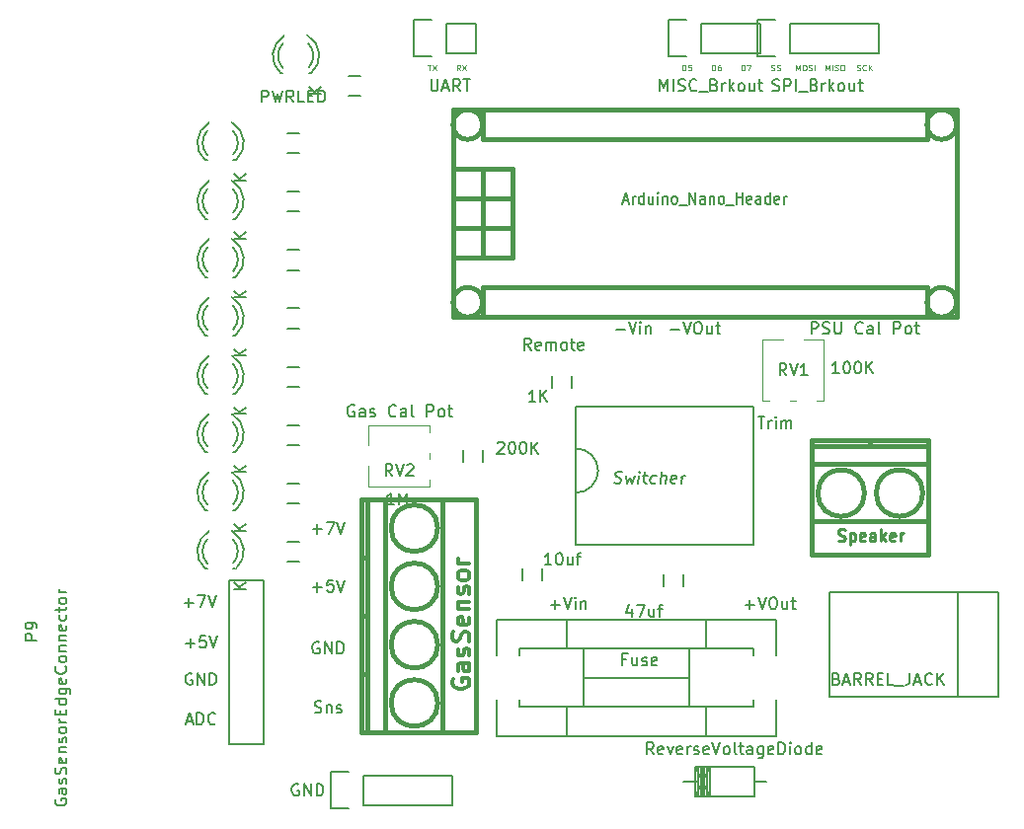
<source format=gto>
G04 #@! TF.GenerationSoftware,KiCad,Pcbnew,5.0.0-rc2*
G04 #@! TF.CreationDate,2019-06-04T00:54:00-04:00*
G04 #@! TF.ProjectId,gassensor,67617373656E736F722E6B696361645F,rev?*
G04 #@! TF.SameCoordinates,Original*
G04 #@! TF.FileFunction,Legend,Top*
G04 #@! TF.FilePolarity,Positive*
%FSLAX46Y46*%
G04 Gerber Fmt 4.6, Leading zero omitted, Abs format (unit mm)*
G04 Created by KiCad (PCBNEW 5.0.0-rc2) date Tue Jun  4 00:54:00 2019*
%MOMM*%
%LPD*%
G01*
G04 APERTURE LIST*
%ADD10C,0.152400*%
%ADD11C,0.125000*%
%ADD12C,0.381000*%
%ADD13C,0.150000*%
%ADD14C,0.120000*%
%ADD15C,0.203200*%
%ADD16C,0.250000*%
%ADD17C,0.300000*%
G04 APERTURE END LIST*
D10*
X109461904Y-125984000D02*
X109365142Y-125935619D01*
X109219999Y-125935619D01*
X109074857Y-125984000D01*
X108978095Y-126080761D01*
X108929714Y-126177523D01*
X108881333Y-126371047D01*
X108881333Y-126516190D01*
X108929714Y-126709714D01*
X108978095Y-126806476D01*
X109074857Y-126903238D01*
X109219999Y-126951619D01*
X109316761Y-126951619D01*
X109461904Y-126903238D01*
X109510285Y-126854857D01*
X109510285Y-126516190D01*
X109316761Y-126516190D01*
X109945714Y-126951619D02*
X109945714Y-125935619D01*
X110526285Y-126951619D01*
X110526285Y-125935619D01*
X111010095Y-126951619D02*
X111010095Y-125935619D01*
X111251999Y-125935619D01*
X111397142Y-125984000D01*
X111493904Y-126080761D01*
X111542285Y-126177523D01*
X111590666Y-126371047D01*
X111590666Y-126516190D01*
X111542285Y-126709714D01*
X111493904Y-126806476D01*
X111397142Y-126903238D01*
X111251999Y-126951619D01*
X111010095Y-126951619D01*
D11*
X123360666Y-64742190D02*
X123193999Y-64504095D01*
X123074952Y-64742190D02*
X123074952Y-64242190D01*
X123265428Y-64242190D01*
X123313047Y-64266000D01*
X123336857Y-64289809D01*
X123360666Y-64337428D01*
X123360666Y-64408857D01*
X123336857Y-64456476D01*
X123313047Y-64480285D01*
X123265428Y-64504095D01*
X123074952Y-64504095D01*
X123527333Y-64242190D02*
X123860666Y-64742190D01*
X123860666Y-64242190D02*
X123527333Y-64742190D01*
X120523047Y-64242190D02*
X120808761Y-64242190D01*
X120665904Y-64742190D02*
X120665904Y-64242190D01*
X120927809Y-64242190D02*
X121261142Y-64742190D01*
X121261142Y-64242190D02*
X120927809Y-64742190D01*
X147458952Y-64742190D02*
X147458952Y-64242190D01*
X147578000Y-64242190D01*
X147649428Y-64266000D01*
X147697047Y-64313619D01*
X147720857Y-64361238D01*
X147744666Y-64456476D01*
X147744666Y-64527904D01*
X147720857Y-64623142D01*
X147697047Y-64670761D01*
X147649428Y-64718380D01*
X147578000Y-64742190D01*
X147458952Y-64742190D01*
X147911333Y-64242190D02*
X148244666Y-64242190D01*
X148030380Y-64742190D01*
X144918952Y-64742190D02*
X144918952Y-64242190D01*
X145038000Y-64242190D01*
X145109428Y-64266000D01*
X145157047Y-64313619D01*
X145180857Y-64361238D01*
X145204666Y-64456476D01*
X145204666Y-64527904D01*
X145180857Y-64623142D01*
X145157047Y-64670761D01*
X145109428Y-64718380D01*
X145038000Y-64742190D01*
X144918952Y-64742190D01*
X145633238Y-64242190D02*
X145538000Y-64242190D01*
X145490380Y-64266000D01*
X145466571Y-64289809D01*
X145418952Y-64361238D01*
X145395142Y-64456476D01*
X145395142Y-64646952D01*
X145418952Y-64694571D01*
X145442761Y-64718380D01*
X145490380Y-64742190D01*
X145585619Y-64742190D01*
X145633238Y-64718380D01*
X145657047Y-64694571D01*
X145680857Y-64646952D01*
X145680857Y-64527904D01*
X145657047Y-64480285D01*
X145633238Y-64456476D01*
X145585619Y-64432666D01*
X145490380Y-64432666D01*
X145442761Y-64456476D01*
X145418952Y-64480285D01*
X145395142Y-64527904D01*
X142378952Y-64742190D02*
X142378952Y-64242190D01*
X142498000Y-64242190D01*
X142569428Y-64266000D01*
X142617047Y-64313619D01*
X142640857Y-64361238D01*
X142664666Y-64456476D01*
X142664666Y-64527904D01*
X142640857Y-64623142D01*
X142617047Y-64670761D01*
X142569428Y-64718380D01*
X142498000Y-64742190D01*
X142378952Y-64742190D01*
X143117047Y-64242190D02*
X142878952Y-64242190D01*
X142855142Y-64480285D01*
X142878952Y-64456476D01*
X142926571Y-64432666D01*
X143045619Y-64432666D01*
X143093238Y-64456476D01*
X143117047Y-64480285D01*
X143140857Y-64527904D01*
X143140857Y-64646952D01*
X143117047Y-64694571D01*
X143093238Y-64718380D01*
X143045619Y-64742190D01*
X142926571Y-64742190D01*
X142878952Y-64718380D01*
X142855142Y-64694571D01*
X149987047Y-64718380D02*
X150058476Y-64742190D01*
X150177523Y-64742190D01*
X150225142Y-64718380D01*
X150248952Y-64694571D01*
X150272761Y-64646952D01*
X150272761Y-64599333D01*
X150248952Y-64551714D01*
X150225142Y-64527904D01*
X150177523Y-64504095D01*
X150082285Y-64480285D01*
X150034666Y-64456476D01*
X150010857Y-64432666D01*
X149987047Y-64385047D01*
X149987047Y-64337428D01*
X150010857Y-64289809D01*
X150034666Y-64266000D01*
X150082285Y-64242190D01*
X150201333Y-64242190D01*
X150272761Y-64266000D01*
X150463238Y-64718380D02*
X150534666Y-64742190D01*
X150653714Y-64742190D01*
X150701333Y-64718380D01*
X150725142Y-64694571D01*
X150748952Y-64646952D01*
X150748952Y-64599333D01*
X150725142Y-64551714D01*
X150701333Y-64527904D01*
X150653714Y-64504095D01*
X150558476Y-64480285D01*
X150510857Y-64456476D01*
X150487047Y-64432666D01*
X150463238Y-64385047D01*
X150463238Y-64337428D01*
X150487047Y-64289809D01*
X150510857Y-64266000D01*
X150558476Y-64242190D01*
X150677523Y-64242190D01*
X150748952Y-64266000D01*
X157345142Y-64718380D02*
X157416571Y-64742190D01*
X157535619Y-64742190D01*
X157583238Y-64718380D01*
X157607047Y-64694571D01*
X157630857Y-64646952D01*
X157630857Y-64599333D01*
X157607047Y-64551714D01*
X157583238Y-64527904D01*
X157535619Y-64504095D01*
X157440380Y-64480285D01*
X157392761Y-64456476D01*
X157368952Y-64432666D01*
X157345142Y-64385047D01*
X157345142Y-64337428D01*
X157368952Y-64289809D01*
X157392761Y-64266000D01*
X157440380Y-64242190D01*
X157559428Y-64242190D01*
X157630857Y-64266000D01*
X158130857Y-64694571D02*
X158107047Y-64718380D01*
X158035619Y-64742190D01*
X157988000Y-64742190D01*
X157916571Y-64718380D01*
X157868952Y-64670761D01*
X157845142Y-64623142D01*
X157821333Y-64527904D01*
X157821333Y-64456476D01*
X157845142Y-64361238D01*
X157868952Y-64313619D01*
X157916571Y-64266000D01*
X157988000Y-64242190D01*
X158035619Y-64242190D01*
X158107047Y-64266000D01*
X158130857Y-64289809D01*
X158345142Y-64742190D02*
X158345142Y-64242190D01*
X158630857Y-64742190D02*
X158416571Y-64456476D01*
X158630857Y-64242190D02*
X158345142Y-64527904D01*
X154662285Y-64742190D02*
X154662285Y-64242190D01*
X154828952Y-64599333D01*
X154995619Y-64242190D01*
X154995619Y-64742190D01*
X155233714Y-64742190D02*
X155233714Y-64242190D01*
X155447999Y-64718380D02*
X155519428Y-64742190D01*
X155638476Y-64742190D01*
X155686095Y-64718380D01*
X155709904Y-64694571D01*
X155733714Y-64646952D01*
X155733714Y-64599333D01*
X155709904Y-64551714D01*
X155686095Y-64527904D01*
X155638476Y-64504095D01*
X155543238Y-64480285D01*
X155495619Y-64456476D01*
X155471809Y-64432666D01*
X155447999Y-64385047D01*
X155447999Y-64337428D01*
X155471809Y-64289809D01*
X155495619Y-64266000D01*
X155543238Y-64242190D01*
X155662285Y-64242190D01*
X155733714Y-64266000D01*
X156043238Y-64242190D02*
X156138476Y-64242190D01*
X156186095Y-64266000D01*
X156233714Y-64313619D01*
X156257523Y-64408857D01*
X156257523Y-64575523D01*
X156233714Y-64670761D01*
X156186095Y-64718380D01*
X156138476Y-64742190D01*
X156043238Y-64742190D01*
X155995619Y-64718380D01*
X155947999Y-64670761D01*
X155924190Y-64575523D01*
X155924190Y-64408857D01*
X155947999Y-64313619D01*
X155995619Y-64266000D01*
X156043238Y-64242190D01*
X152122285Y-64742190D02*
X152122285Y-64242190D01*
X152288952Y-64599333D01*
X152455619Y-64242190D01*
X152455619Y-64742190D01*
X152788952Y-64242190D02*
X152884190Y-64242190D01*
X152931809Y-64266000D01*
X152979428Y-64313619D01*
X153003238Y-64408857D01*
X153003238Y-64575523D01*
X152979428Y-64670761D01*
X152931809Y-64718380D01*
X152884190Y-64742190D01*
X152788952Y-64742190D01*
X152741333Y-64718380D01*
X152693714Y-64670761D01*
X152669904Y-64575523D01*
X152669904Y-64408857D01*
X152693714Y-64313619D01*
X152741333Y-64266000D01*
X152788952Y-64242190D01*
X153193714Y-64718380D02*
X153265142Y-64742190D01*
X153384190Y-64742190D01*
X153431809Y-64718380D01*
X153455619Y-64694571D01*
X153479428Y-64646952D01*
X153479428Y-64599333D01*
X153455619Y-64551714D01*
X153431809Y-64527904D01*
X153384190Y-64504095D01*
X153288952Y-64480285D01*
X153241333Y-64456476D01*
X153217523Y-64432666D01*
X153193714Y-64385047D01*
X153193714Y-64337428D01*
X153217523Y-64289809D01*
X153241333Y-64266000D01*
X153288952Y-64242190D01*
X153407999Y-64242190D01*
X153479428Y-64266000D01*
X153693714Y-64742190D02*
X153693714Y-64242190D01*
D10*
X110838857Y-119791238D02*
X110983999Y-119839619D01*
X111225904Y-119839619D01*
X111322666Y-119791238D01*
X111371047Y-119742857D01*
X111419428Y-119646095D01*
X111419428Y-119549333D01*
X111371047Y-119452571D01*
X111322666Y-119404190D01*
X111225904Y-119355809D01*
X111032380Y-119307428D01*
X110935619Y-119259047D01*
X110887238Y-119210666D01*
X110838857Y-119113904D01*
X110838857Y-119017142D01*
X110887238Y-118920380D01*
X110935619Y-118872000D01*
X111032380Y-118823619D01*
X111274285Y-118823619D01*
X111419428Y-118872000D01*
X111854857Y-119162285D02*
X111854857Y-119839619D01*
X111854857Y-119259047D02*
X111903238Y-119210666D01*
X111999999Y-119162285D01*
X112145142Y-119162285D01*
X112241904Y-119210666D01*
X112290285Y-119307428D01*
X112290285Y-119839619D01*
X112725714Y-119791238D02*
X112822476Y-119839619D01*
X113015999Y-119839619D01*
X113112761Y-119791238D01*
X113161142Y-119694476D01*
X113161142Y-119646095D01*
X113112761Y-119549333D01*
X113015999Y-119500952D01*
X112870857Y-119500952D01*
X112774095Y-119452571D01*
X112725714Y-119355809D01*
X112725714Y-119307428D01*
X112774095Y-119210666D01*
X112870857Y-119162285D01*
X113015999Y-119162285D01*
X113112761Y-119210666D01*
X111225904Y-113792000D02*
X111129142Y-113743619D01*
X110983999Y-113743619D01*
X110838857Y-113792000D01*
X110742095Y-113888761D01*
X110693714Y-113985523D01*
X110645333Y-114179047D01*
X110645333Y-114324190D01*
X110693714Y-114517714D01*
X110742095Y-114614476D01*
X110838857Y-114711238D01*
X110983999Y-114759619D01*
X111080761Y-114759619D01*
X111225904Y-114711238D01*
X111274285Y-114662857D01*
X111274285Y-114324190D01*
X111080761Y-114324190D01*
X111709714Y-114759619D02*
X111709714Y-113743619D01*
X112290285Y-114759619D01*
X112290285Y-113743619D01*
X112774095Y-114759619D02*
X112774095Y-113743619D01*
X113015999Y-113743619D01*
X113161142Y-113792000D01*
X113257904Y-113888761D01*
X113306285Y-113985523D01*
X113354666Y-114179047D01*
X113354666Y-114324190D01*
X113306285Y-114517714D01*
X113257904Y-114614476D01*
X113161142Y-114711238D01*
X113015999Y-114759619D01*
X112774095Y-114759619D01*
X110693714Y-109072571D02*
X111467809Y-109072571D01*
X111080761Y-109459619D02*
X111080761Y-108685523D01*
X112435428Y-108443619D02*
X111951619Y-108443619D01*
X111903238Y-108927428D01*
X111951619Y-108879047D01*
X112048380Y-108830666D01*
X112290285Y-108830666D01*
X112387047Y-108879047D01*
X112435428Y-108927428D01*
X112483809Y-109024190D01*
X112483809Y-109266095D01*
X112435428Y-109362857D01*
X112387047Y-109411238D01*
X112290285Y-109459619D01*
X112048380Y-109459619D01*
X111951619Y-109411238D01*
X111903238Y-109362857D01*
X112774095Y-108443619D02*
X113112761Y-109459619D01*
X113451428Y-108443619D01*
X110693714Y-104072571D02*
X111467809Y-104072571D01*
X111080761Y-104459619D02*
X111080761Y-103685523D01*
X111854857Y-103443619D02*
X112532190Y-103443619D01*
X112096761Y-104459619D01*
X112774095Y-103443619D02*
X113112761Y-104459619D01*
X113451428Y-103443619D01*
X153440190Y-87327619D02*
X153440190Y-86311619D01*
X153827238Y-86311619D01*
X153923999Y-86360000D01*
X153972380Y-86408380D01*
X154020761Y-86505142D01*
X154020761Y-86650285D01*
X153972380Y-86747047D01*
X153923999Y-86795428D01*
X153827238Y-86843809D01*
X153440190Y-86843809D01*
X154407809Y-87279238D02*
X154552952Y-87327619D01*
X154794857Y-87327619D01*
X154891619Y-87279238D01*
X154939999Y-87230857D01*
X154988380Y-87134095D01*
X154988380Y-87037333D01*
X154939999Y-86940571D01*
X154891619Y-86892190D01*
X154794857Y-86843809D01*
X154601333Y-86795428D01*
X154504571Y-86747047D01*
X154456190Y-86698666D01*
X154407809Y-86601904D01*
X154407809Y-86505142D01*
X154456190Y-86408380D01*
X154504571Y-86360000D01*
X154601333Y-86311619D01*
X154843238Y-86311619D01*
X154988380Y-86360000D01*
X155423809Y-86311619D02*
X155423809Y-87134095D01*
X155472190Y-87230857D01*
X155520571Y-87279238D01*
X155617333Y-87327619D01*
X155810857Y-87327619D01*
X155907619Y-87279238D01*
X155955999Y-87230857D01*
X156004380Y-87134095D01*
X156004380Y-86311619D01*
X157842857Y-87230857D02*
X157794476Y-87279238D01*
X157649333Y-87327619D01*
X157552571Y-87327619D01*
X157407428Y-87279238D01*
X157310666Y-87182476D01*
X157262285Y-87085714D01*
X157213904Y-86892190D01*
X157213904Y-86747047D01*
X157262285Y-86553523D01*
X157310666Y-86456761D01*
X157407428Y-86360000D01*
X157552571Y-86311619D01*
X157649333Y-86311619D01*
X157794476Y-86360000D01*
X157842857Y-86408380D01*
X158713714Y-87327619D02*
X158713714Y-86795428D01*
X158665333Y-86698666D01*
X158568571Y-86650285D01*
X158375047Y-86650285D01*
X158278285Y-86698666D01*
X158713714Y-87279238D02*
X158616952Y-87327619D01*
X158375047Y-87327619D01*
X158278285Y-87279238D01*
X158229904Y-87182476D01*
X158229904Y-87085714D01*
X158278285Y-86988952D01*
X158375047Y-86940571D01*
X158616952Y-86940571D01*
X158713714Y-86892190D01*
X159342666Y-87327619D02*
X159245904Y-87279238D01*
X159197523Y-87182476D01*
X159197523Y-86311619D01*
X160503809Y-87327619D02*
X160503809Y-86311619D01*
X160890857Y-86311619D01*
X160987619Y-86360000D01*
X161035999Y-86408380D01*
X161084380Y-86505142D01*
X161084380Y-86650285D01*
X161035999Y-86747047D01*
X160987619Y-86795428D01*
X160890857Y-86843809D01*
X160503809Y-86843809D01*
X161664952Y-87327619D02*
X161568190Y-87279238D01*
X161519809Y-87230857D01*
X161471428Y-87134095D01*
X161471428Y-86843809D01*
X161519809Y-86747047D01*
X161568190Y-86698666D01*
X161664952Y-86650285D01*
X161810095Y-86650285D01*
X161906857Y-86698666D01*
X161955238Y-86747047D01*
X162003619Y-86843809D01*
X162003619Y-87134095D01*
X161955238Y-87230857D01*
X161906857Y-87279238D01*
X161810095Y-87327619D01*
X161664952Y-87327619D01*
X162293904Y-86650285D02*
X162680952Y-86650285D01*
X162439047Y-86311619D02*
X162439047Y-87182476D01*
X162487428Y-87279238D01*
X162584190Y-87327619D01*
X162680952Y-87327619D01*
X114239523Y-93472000D02*
X114142761Y-93423619D01*
X113997619Y-93423619D01*
X113852476Y-93472000D01*
X113755714Y-93568761D01*
X113707333Y-93665523D01*
X113658952Y-93859047D01*
X113658952Y-94004190D01*
X113707333Y-94197714D01*
X113755714Y-94294476D01*
X113852476Y-94391238D01*
X113997619Y-94439619D01*
X114094380Y-94439619D01*
X114239523Y-94391238D01*
X114287904Y-94342857D01*
X114287904Y-94004190D01*
X114094380Y-94004190D01*
X115158761Y-94439619D02*
X115158761Y-93907428D01*
X115110380Y-93810666D01*
X115013619Y-93762285D01*
X114820095Y-93762285D01*
X114723333Y-93810666D01*
X115158761Y-94391238D02*
X115061999Y-94439619D01*
X114820095Y-94439619D01*
X114723333Y-94391238D01*
X114674952Y-94294476D01*
X114674952Y-94197714D01*
X114723333Y-94100952D01*
X114820095Y-94052571D01*
X115061999Y-94052571D01*
X115158761Y-94004190D01*
X115594190Y-94391238D02*
X115690952Y-94439619D01*
X115884476Y-94439619D01*
X115981238Y-94391238D01*
X116029619Y-94294476D01*
X116029619Y-94246095D01*
X115981238Y-94149333D01*
X115884476Y-94100952D01*
X115739333Y-94100952D01*
X115642571Y-94052571D01*
X115594190Y-93955809D01*
X115594190Y-93907428D01*
X115642571Y-93810666D01*
X115739333Y-93762285D01*
X115884476Y-93762285D01*
X115981238Y-93810666D01*
X117819714Y-94342857D02*
X117771333Y-94391238D01*
X117626190Y-94439619D01*
X117529428Y-94439619D01*
X117384285Y-94391238D01*
X117287523Y-94294476D01*
X117239142Y-94197714D01*
X117190761Y-94004190D01*
X117190761Y-93859047D01*
X117239142Y-93665523D01*
X117287523Y-93568761D01*
X117384285Y-93472000D01*
X117529428Y-93423619D01*
X117626190Y-93423619D01*
X117771333Y-93472000D01*
X117819714Y-93520380D01*
X118690571Y-94439619D02*
X118690571Y-93907428D01*
X118642190Y-93810666D01*
X118545428Y-93762285D01*
X118351904Y-93762285D01*
X118255142Y-93810666D01*
X118690571Y-94391238D02*
X118593809Y-94439619D01*
X118351904Y-94439619D01*
X118255142Y-94391238D01*
X118206761Y-94294476D01*
X118206761Y-94197714D01*
X118255142Y-94100952D01*
X118351904Y-94052571D01*
X118593809Y-94052571D01*
X118690571Y-94004190D01*
X119319523Y-94439619D02*
X119222761Y-94391238D01*
X119174380Y-94294476D01*
X119174380Y-93423619D01*
X120480666Y-94439619D02*
X120480666Y-93423619D01*
X120867714Y-93423619D01*
X120964476Y-93472000D01*
X121012857Y-93520380D01*
X121061238Y-93617142D01*
X121061238Y-93762285D01*
X121012857Y-93859047D01*
X120964476Y-93907428D01*
X120867714Y-93955809D01*
X120480666Y-93955809D01*
X121641809Y-94439619D02*
X121545047Y-94391238D01*
X121496666Y-94342857D01*
X121448285Y-94246095D01*
X121448285Y-93955809D01*
X121496666Y-93859047D01*
X121545047Y-93810666D01*
X121641809Y-93762285D01*
X121786952Y-93762285D01*
X121883714Y-93810666D01*
X121932095Y-93859047D01*
X121980476Y-93955809D01*
X121980476Y-94246095D01*
X121932095Y-94342857D01*
X121883714Y-94391238D01*
X121786952Y-94439619D01*
X121641809Y-94439619D01*
X122270761Y-93762285D02*
X122657809Y-93762285D01*
X122415904Y-93423619D02*
X122415904Y-94294476D01*
X122464285Y-94391238D01*
X122561047Y-94439619D01*
X122657809Y-94439619D01*
D12*
G04 #@! TO.C,J1*
X127790000Y-75730000D02*
X122710000Y-75730000D01*
X127790000Y-78270000D02*
X122710000Y-78270000D01*
X125250000Y-73190000D02*
X125250000Y-80810000D01*
X122710000Y-73190000D02*
X127790000Y-73190000D01*
X127790000Y-73190000D02*
X127790000Y-80810000D01*
X127790000Y-80810000D02*
X122710000Y-80810000D01*
X165890000Y-68110000D02*
X122710000Y-68110000D01*
X122710000Y-85890000D02*
X165890000Y-85890000D01*
X122710000Y-85890000D02*
X122710000Y-68110000D01*
X165890000Y-85890000D02*
X165890000Y-68110000D01*
X125250000Y-69380000D02*
G75*
G03X125250000Y-69380000I-1270000J0D01*
G01*
X125250000Y-84620000D02*
G75*
G03X125250000Y-84620000I-1270000J0D01*
G01*
X165890000Y-69380000D02*
G75*
G03X165890000Y-69380000I-1270000J0D01*
G01*
X165890000Y-84620000D02*
G75*
G03X165890000Y-84620000I-1270000J0D01*
G01*
X163350000Y-70650000D02*
X125250000Y-70650000D01*
X125250000Y-83350000D02*
X163350000Y-83350000D01*
X163350000Y-85890000D02*
X163350000Y-83350000D01*
X163350000Y-70650000D02*
X163350000Y-68110000D01*
X125250000Y-68110000D02*
X125250000Y-70650000D01*
X125250000Y-85890000D02*
X125250000Y-83350000D01*
D13*
G04 #@! TO.C,P9*
X103500000Y-108500000D02*
X103500000Y-118500000D01*
X103500000Y-122500000D02*
X106500000Y-122500000D01*
X106500000Y-118500000D02*
X106500000Y-108500000D01*
X106500000Y-108500000D02*
X103500000Y-108500000D01*
X106500000Y-120500000D02*
X106500000Y-118500000D01*
X103500000Y-118500000D02*
X103500000Y-120500000D01*
X106500000Y-122500000D02*
X106500000Y-120500000D01*
X103500000Y-122500000D02*
X103500000Y-120500000D01*
G04 #@! TO.C,C1*
X128690000Y-107450000D02*
X128690000Y-108450000D01*
X130390000Y-108450000D02*
X130390000Y-107450000D01*
G04 #@! TO.C,C2*
X140755000Y-107958000D02*
X140755000Y-108958000D01*
X142455000Y-108958000D02*
X142455000Y-107958000D01*
G04 #@! TO.C,CON1*
X166000500Y-118500880D02*
X166000500Y-109499120D01*
X169500620Y-118500880D02*
X169500620Y-109499120D01*
X169500620Y-109499120D02*
X154999760Y-109499120D01*
X154999760Y-109499120D02*
X154999760Y-118500880D01*
X154999760Y-118500880D02*
X169500620Y-118500880D01*
G04 #@! TO.C,D1*
X148590000Y-125727460D02*
X149606000Y-125727460D01*
X143764000Y-125727460D02*
X142494000Y-125727460D01*
X144018000Y-124457460D02*
X144018000Y-126997460D01*
X144272000Y-124457460D02*
X144272000Y-126997460D01*
X144526000Y-124457460D02*
X144526000Y-126997460D01*
X143764000Y-124457460D02*
X143764000Y-126997460D01*
X144780000Y-124457460D02*
X143510000Y-126997460D01*
X143510000Y-124457460D02*
X144780000Y-126997460D01*
X144780000Y-124457460D02*
X144780000Y-126997460D01*
X144145000Y-124457460D02*
X144145000Y-126997460D01*
X143510000Y-126997460D02*
X143510000Y-124457460D01*
X143510000Y-124457460D02*
X148590000Y-124457460D01*
X148590000Y-124457460D02*
X148590000Y-126997460D01*
X148590000Y-126997460D02*
X143510000Y-126997460D01*
G04 #@! TO.C,D2*
X110534000Y-64969000D02*
X110334000Y-64969000D01*
X107940000Y-64969000D02*
X108120000Y-64969000D01*
X108250357Y-61741256D02*
G75*
G03X107934000Y-64969000I1003643J-1727744D01*
G01*
X108120932Y-62416994D02*
G75*
G03X108120000Y-64520000I1133068J-1052006D01*
G01*
X110560726Y-64956220D02*
G75*
G03X110214000Y-61719000I-1306726J1497220D01*
G01*
X110333253Y-64482889D02*
G75*
G03X110314000Y-62435000I-1079253J1013889D01*
G01*
G04 #@! TO.C,D3*
X104064000Y-72449000D02*
X103864000Y-72449000D01*
X101470000Y-72449000D02*
X101650000Y-72449000D01*
X101780357Y-69221256D02*
G75*
G03X101464000Y-72449000I1003643J-1727744D01*
G01*
X101650932Y-69896994D02*
G75*
G03X101650000Y-72000000I1133068J-1052006D01*
G01*
X104090726Y-72436220D02*
G75*
G03X103744000Y-69199000I-1306726J1497220D01*
G01*
X103863253Y-71962889D02*
G75*
G03X103844000Y-69915000I-1079253J1013889D01*
G01*
G04 #@! TO.C,D4*
X103863253Y-76962889D02*
G75*
G03X103844000Y-74915000I-1079253J1013889D01*
G01*
X104090726Y-77436220D02*
G75*
G03X103744000Y-74199000I-1306726J1497220D01*
G01*
X101650932Y-74896994D02*
G75*
G03X101650000Y-77000000I1133068J-1052006D01*
G01*
X101780357Y-74221256D02*
G75*
G03X101464000Y-77449000I1003643J-1727744D01*
G01*
X101470000Y-77449000D02*
X101650000Y-77449000D01*
X104064000Y-77449000D02*
X103864000Y-77449000D01*
G04 #@! TO.C,D5*
X104064000Y-82449000D02*
X103864000Y-82449000D01*
X101470000Y-82449000D02*
X101650000Y-82449000D01*
X101780357Y-79221256D02*
G75*
G03X101464000Y-82449000I1003643J-1727744D01*
G01*
X101650932Y-79896994D02*
G75*
G03X101650000Y-82000000I1133068J-1052006D01*
G01*
X104090726Y-82436220D02*
G75*
G03X103744000Y-79199000I-1306726J1497220D01*
G01*
X103863253Y-81962889D02*
G75*
G03X103844000Y-79915000I-1079253J1013889D01*
G01*
G04 #@! TO.C,D6*
X104064000Y-87449000D02*
X103864000Y-87449000D01*
X101470000Y-87449000D02*
X101650000Y-87449000D01*
X101780357Y-84221256D02*
G75*
G03X101464000Y-87449000I1003643J-1727744D01*
G01*
X101650932Y-84896994D02*
G75*
G03X101650000Y-87000000I1133068J-1052006D01*
G01*
X104090726Y-87436220D02*
G75*
G03X103744000Y-84199000I-1306726J1497220D01*
G01*
X103863253Y-86962889D02*
G75*
G03X103844000Y-84915000I-1079253J1013889D01*
G01*
G04 #@! TO.C,D7*
X103863253Y-91962889D02*
G75*
G03X103844000Y-89915000I-1079253J1013889D01*
G01*
X104090726Y-92436220D02*
G75*
G03X103744000Y-89199000I-1306726J1497220D01*
G01*
X101650932Y-89896994D02*
G75*
G03X101650000Y-92000000I1133068J-1052006D01*
G01*
X101780357Y-89221256D02*
G75*
G03X101464000Y-92449000I1003643J-1727744D01*
G01*
X101470000Y-92449000D02*
X101650000Y-92449000D01*
X104064000Y-92449000D02*
X103864000Y-92449000D01*
G04 #@! TO.C,D8*
X103863253Y-96962889D02*
G75*
G03X103844000Y-94915000I-1079253J1013889D01*
G01*
X104090726Y-97436220D02*
G75*
G03X103744000Y-94199000I-1306726J1497220D01*
G01*
X101650932Y-94896994D02*
G75*
G03X101650000Y-97000000I1133068J-1052006D01*
G01*
X101780357Y-94221256D02*
G75*
G03X101464000Y-97449000I1003643J-1727744D01*
G01*
X101470000Y-97449000D02*
X101650000Y-97449000D01*
X104064000Y-97449000D02*
X103864000Y-97449000D01*
G04 #@! TO.C,D9*
X103863253Y-101962889D02*
G75*
G03X103844000Y-99915000I-1079253J1013889D01*
G01*
X104090726Y-102436220D02*
G75*
G03X103744000Y-99199000I-1306726J1497220D01*
G01*
X101650932Y-99896994D02*
G75*
G03X101650000Y-102000000I1133068J-1052006D01*
G01*
X101780357Y-99221256D02*
G75*
G03X101464000Y-102449000I1003643J-1727744D01*
G01*
X101470000Y-102449000D02*
X101650000Y-102449000D01*
X104064000Y-102449000D02*
X103864000Y-102449000D01*
G04 #@! TO.C,D10*
X103863253Y-107002889D02*
G75*
G03X103844000Y-104955000I-1079253J1013889D01*
G01*
X104090726Y-107476220D02*
G75*
G03X103744000Y-104239000I-1306726J1497220D01*
G01*
X101650932Y-104936994D02*
G75*
G03X101650000Y-107040000I1133068J-1052006D01*
G01*
X101780357Y-104261256D02*
G75*
G03X101464000Y-107489000I1003643J-1727744D01*
G01*
X101470000Y-107489000D02*
X101650000Y-107489000D01*
X104064000Y-107489000D02*
X103864000Y-107489000D01*
G04 #@! TO.C,F1*
X132430520Y-114340640D02*
X132430520Y-111838740D01*
X132430520Y-121841260D02*
X132430520Y-119339360D01*
X144429480Y-121841260D02*
X144429480Y-119339360D01*
X144429480Y-111838740D02*
X144429480Y-114340640D01*
X133929120Y-116840000D02*
X142930880Y-116840000D01*
X133929120Y-114340640D02*
X133929120Y-119339360D01*
X142930880Y-114340640D02*
X142930880Y-119339360D01*
X148429980Y-114940080D02*
X148429980Y-114340640D01*
X128430020Y-118739920D02*
X128430020Y-119339360D01*
X128430020Y-119339360D02*
X148429980Y-119339360D01*
X148429980Y-119339360D02*
X148429980Y-118739920D01*
X148429980Y-114340640D02*
X128430020Y-114340640D01*
X128430020Y-114340640D02*
X128430020Y-114940080D01*
X150428960Y-114940080D02*
X150428960Y-111838740D01*
X126431040Y-118739920D02*
X126431040Y-121841260D01*
X126431040Y-121841260D02*
X150428960Y-121841260D01*
X150428960Y-121841260D02*
X150428960Y-118739920D01*
X150428960Y-111838740D02*
X126431040Y-111838740D01*
X126431040Y-111838740D02*
X126431040Y-114940080D01*
D12*
G04 #@! TO.C,LS1*
X158496000Y-96992000D02*
X158496000Y-96492000D01*
X157996000Y-100992000D02*
G75*
G03X157996000Y-100992000I-2000000J0D01*
G01*
X162996000Y-100992000D02*
G75*
G03X162996000Y-100992000I-2000000J0D01*
G01*
X163496000Y-98492000D02*
X153496000Y-98492000D01*
X163496000Y-103392000D02*
X153496000Y-103392000D01*
X163496000Y-96992000D02*
X153496000Y-96992000D01*
X163496000Y-96492000D02*
X153496000Y-96492000D01*
X153496000Y-96492000D02*
X153496000Y-106292000D01*
X153496000Y-106292000D02*
X163496000Y-106292000D01*
X163496000Y-106292000D02*
X163496000Y-96492000D01*
D13*
G04 #@! TO.C,P1*
X133250000Y-105410000D02*
X148450000Y-105410000D01*
X148450000Y-105410000D02*
X148450000Y-93610000D01*
X133250000Y-105410000D02*
X133250000Y-93610000D01*
X133250000Y-93610000D02*
X148450000Y-93610000D01*
X133250000Y-97155000D02*
G75*
G02X135155000Y-99060000I0J-1905000D01*
G01*
X135155000Y-99060000D02*
G75*
G02X133250000Y-100965000I-1905000J0D01*
G01*
G04 #@! TO.C,P6*
X144018000Y-63246000D02*
X149098000Y-63246000D01*
X149098000Y-63246000D02*
X149098000Y-60706000D01*
X149098000Y-60706000D02*
X144018000Y-60706000D01*
X141198000Y-60426000D02*
X142748000Y-60426000D01*
X144018000Y-60706000D02*
X144018000Y-63246000D01*
X142748000Y-63526000D02*
X141198000Y-63526000D01*
X141198000Y-63526000D02*
X141198000Y-60426000D01*
G04 #@! TO.C,P7*
X122174000Y-60706000D02*
X124714000Y-60706000D01*
X119354000Y-60426000D02*
X120904000Y-60426000D01*
X122174000Y-60706000D02*
X122174000Y-63246000D01*
X120904000Y-63526000D02*
X119354000Y-63526000D01*
X119354000Y-63526000D02*
X119354000Y-60426000D01*
X122174000Y-63246000D02*
X124714000Y-63246000D01*
X124714000Y-63246000D02*
X124714000Y-60706000D01*
G04 #@! TO.C,P8*
X151638000Y-63246000D02*
X159258000Y-63246000D01*
X151638000Y-60706000D02*
X159258000Y-60706000D01*
X148818000Y-60426000D02*
X150368000Y-60426000D01*
X159258000Y-63246000D02*
X159258000Y-60706000D01*
X151638000Y-60706000D02*
X151638000Y-63246000D01*
X150368000Y-63526000D02*
X148818000Y-63526000D01*
X148818000Y-63526000D02*
X148818000Y-60426000D01*
G04 #@! TO.C,R1*
X132930000Y-91940000D02*
X132930000Y-90940000D01*
X131230000Y-90940000D02*
X131230000Y-91940000D01*
G04 #@! TO.C,R2*
X113800000Y-66890000D02*
X114800000Y-66890000D01*
X114800000Y-65190000D02*
X113800000Y-65190000D01*
G04 #@! TO.C,R3*
X109500000Y-70150000D02*
X108500000Y-70150000D01*
X108500000Y-71850000D02*
X109500000Y-71850000D01*
G04 #@! TO.C,R4*
X108500000Y-76850000D02*
X109500000Y-76850000D01*
X109500000Y-75150000D02*
X108500000Y-75150000D01*
G04 #@! TO.C,R5*
X109500000Y-80150000D02*
X108500000Y-80150000D01*
X108500000Y-81850000D02*
X109500000Y-81850000D01*
G04 #@! TO.C,R6*
X108500000Y-86850000D02*
X109500000Y-86850000D01*
X109500000Y-85150000D02*
X108500000Y-85150000D01*
G04 #@! TO.C,R7*
X109500000Y-90150000D02*
X108500000Y-90150000D01*
X108500000Y-91850000D02*
X109500000Y-91850000D01*
G04 #@! TO.C,R8*
X109500000Y-95150000D02*
X108500000Y-95150000D01*
X108500000Y-96850000D02*
X109500000Y-96850000D01*
G04 #@! TO.C,R9*
X109500000Y-100150000D02*
X108500000Y-100150000D01*
X108500000Y-101850000D02*
X109500000Y-101850000D01*
G04 #@! TO.C,R10*
X108500000Y-106850000D02*
X109500000Y-106850000D01*
X109500000Y-105150000D02*
X108500000Y-105150000D01*
D14*
G04 #@! TO.C,RV1*
X154512000Y-87804000D02*
X154512000Y-93044000D01*
X149272000Y-87804000D02*
X149272000Y-93044000D01*
X154512000Y-87804000D02*
X152782000Y-87804000D01*
X151002000Y-87804000D02*
X149272000Y-87804000D01*
X154512000Y-93044000D02*
X153931000Y-93044000D01*
X152152000Y-93044000D02*
X151632000Y-93044000D01*
X149852000Y-93044000D02*
X149272000Y-93044000D01*
D13*
G04 #@! TO.C,R13*
X123610000Y-97290000D02*
X123610000Y-98290000D01*
X125310000Y-98290000D02*
X125310000Y-97290000D01*
D14*
G04 #@! TO.C,RV2*
X115490000Y-95170000D02*
X120730000Y-95170000D01*
X115490000Y-100410000D02*
X120730000Y-100410000D01*
X115490000Y-95170000D02*
X115490000Y-96900000D01*
X115490000Y-98680000D02*
X115490000Y-100410000D01*
X120730000Y-95170000D02*
X120730000Y-95751000D01*
X120730000Y-97530000D02*
X120730000Y-98050000D01*
X120730000Y-99830000D02*
X120730000Y-100410000D01*
D12*
G04 #@! TO.C,P2*
X115400000Y-116500000D02*
X114900000Y-116500000D01*
X121400000Y-119000000D02*
G75*
G03X121400000Y-119000000I-2000000J0D01*
G01*
X121400000Y-114000000D02*
G75*
G03X121400000Y-114000000I-2000000J0D01*
G01*
X115400000Y-111500000D02*
X114900000Y-111500000D01*
X115400000Y-106500000D02*
X114900000Y-106500000D01*
X121400000Y-109000000D02*
G75*
G03X121400000Y-109000000I-2000000J0D01*
G01*
X121400000Y-104000000D02*
G75*
G03X121400000Y-104000000I-2000000J0D01*
G01*
X116900000Y-101500000D02*
X116900000Y-121500000D01*
X121800000Y-101500000D02*
X121800000Y-121500000D01*
X115400000Y-101500000D02*
X115400000Y-121500000D01*
X114900000Y-101500000D02*
X114900000Y-121500000D01*
X114900000Y-121500000D02*
X124700000Y-121500000D01*
X124700000Y-121500000D02*
X124700000Y-101500000D01*
X124700000Y-101500000D02*
X114900000Y-101500000D01*
D13*
G04 #@! TO.C,REF66*
X112242000Y-128042000D02*
X112242000Y-124942000D01*
X113792000Y-128042000D02*
X112242000Y-128042000D01*
X115062000Y-125222000D02*
X115062000Y-127762000D01*
X122682000Y-127762000D02*
X122682000Y-125222000D01*
X112242000Y-124942000D02*
X113792000Y-124942000D01*
X115062000Y-125222000D02*
X122682000Y-125222000D01*
X115062000Y-127762000D02*
X122682000Y-127762000D01*
G04 #@! TO.C,J1*
D15*
X137336166Y-75899333D02*
X137759500Y-75899333D01*
X137251500Y-76189619D02*
X137547833Y-75173619D01*
X137844166Y-76189619D01*
X138140500Y-76189619D02*
X138140500Y-75512285D01*
X138140500Y-75705809D02*
X138182833Y-75609047D01*
X138225166Y-75560666D01*
X138309833Y-75512285D01*
X138394500Y-75512285D01*
X139071833Y-76189619D02*
X139071833Y-75173619D01*
X139071833Y-76141238D02*
X138987166Y-76189619D01*
X138817833Y-76189619D01*
X138733166Y-76141238D01*
X138690833Y-76092857D01*
X138648500Y-75996095D01*
X138648500Y-75705809D01*
X138690833Y-75609047D01*
X138733166Y-75560666D01*
X138817833Y-75512285D01*
X138987166Y-75512285D01*
X139071833Y-75560666D01*
X139876166Y-75512285D02*
X139876166Y-76189619D01*
X139495166Y-75512285D02*
X139495166Y-76044476D01*
X139537500Y-76141238D01*
X139622166Y-76189619D01*
X139749166Y-76189619D01*
X139833833Y-76141238D01*
X139876166Y-76092857D01*
X140299500Y-76189619D02*
X140299500Y-75512285D01*
X140299500Y-75173619D02*
X140257166Y-75222000D01*
X140299500Y-75270380D01*
X140341833Y-75222000D01*
X140299500Y-75173619D01*
X140299500Y-75270380D01*
X140722833Y-75512285D02*
X140722833Y-76189619D01*
X140722833Y-75609047D02*
X140765166Y-75560666D01*
X140849833Y-75512285D01*
X140976833Y-75512285D01*
X141061500Y-75560666D01*
X141103833Y-75657428D01*
X141103833Y-76189619D01*
X141654166Y-76189619D02*
X141569500Y-76141238D01*
X141527166Y-76092857D01*
X141484833Y-75996095D01*
X141484833Y-75705809D01*
X141527166Y-75609047D01*
X141569500Y-75560666D01*
X141654166Y-75512285D01*
X141781166Y-75512285D01*
X141865833Y-75560666D01*
X141908166Y-75609047D01*
X141950500Y-75705809D01*
X141950500Y-75996095D01*
X141908166Y-76092857D01*
X141865833Y-76141238D01*
X141781166Y-76189619D01*
X141654166Y-76189619D01*
X142119833Y-76286380D02*
X142797166Y-76286380D01*
X143008833Y-76189619D02*
X143008833Y-75173619D01*
X143516833Y-76189619D01*
X143516833Y-75173619D01*
X144321166Y-76189619D02*
X144321166Y-75657428D01*
X144278833Y-75560666D01*
X144194166Y-75512285D01*
X144024833Y-75512285D01*
X143940166Y-75560666D01*
X144321166Y-76141238D02*
X144236500Y-76189619D01*
X144024833Y-76189619D01*
X143940166Y-76141238D01*
X143897833Y-76044476D01*
X143897833Y-75947714D01*
X143940166Y-75850952D01*
X144024833Y-75802571D01*
X144236500Y-75802571D01*
X144321166Y-75754190D01*
X144744500Y-75512285D02*
X144744500Y-76189619D01*
X144744500Y-75609047D02*
X144786833Y-75560666D01*
X144871500Y-75512285D01*
X144998500Y-75512285D01*
X145083166Y-75560666D01*
X145125500Y-75657428D01*
X145125500Y-76189619D01*
X145675833Y-76189619D02*
X145591166Y-76141238D01*
X145548833Y-76092857D01*
X145506500Y-75996095D01*
X145506500Y-75705809D01*
X145548833Y-75609047D01*
X145591166Y-75560666D01*
X145675833Y-75512285D01*
X145802833Y-75512285D01*
X145887500Y-75560666D01*
X145929833Y-75609047D01*
X145972166Y-75705809D01*
X145972166Y-75996095D01*
X145929833Y-76092857D01*
X145887500Y-76141238D01*
X145802833Y-76189619D01*
X145675833Y-76189619D01*
X146141500Y-76286380D02*
X146818833Y-76286380D01*
X147030500Y-76189619D02*
X147030500Y-75173619D01*
X147030500Y-75657428D02*
X147538500Y-75657428D01*
X147538500Y-76189619D02*
X147538500Y-75173619D01*
X148300500Y-76141238D02*
X148215833Y-76189619D01*
X148046500Y-76189619D01*
X147961833Y-76141238D01*
X147919500Y-76044476D01*
X147919500Y-75657428D01*
X147961833Y-75560666D01*
X148046500Y-75512285D01*
X148215833Y-75512285D01*
X148300500Y-75560666D01*
X148342833Y-75657428D01*
X148342833Y-75754190D01*
X147919500Y-75850952D01*
X149104833Y-76189619D02*
X149104833Y-75657428D01*
X149062500Y-75560666D01*
X148977833Y-75512285D01*
X148808500Y-75512285D01*
X148723833Y-75560666D01*
X149104833Y-76141238D02*
X149020166Y-76189619D01*
X148808500Y-76189619D01*
X148723833Y-76141238D01*
X148681500Y-76044476D01*
X148681500Y-75947714D01*
X148723833Y-75850952D01*
X148808500Y-75802571D01*
X149020166Y-75802571D01*
X149104833Y-75754190D01*
X149909166Y-76189619D02*
X149909166Y-75173619D01*
X149909166Y-76141238D02*
X149824500Y-76189619D01*
X149655166Y-76189619D01*
X149570500Y-76141238D01*
X149528166Y-76092857D01*
X149485833Y-75996095D01*
X149485833Y-75705809D01*
X149528166Y-75609047D01*
X149570500Y-75560666D01*
X149655166Y-75512285D01*
X149824500Y-75512285D01*
X149909166Y-75560666D01*
X150671166Y-76141238D02*
X150586500Y-76189619D01*
X150417166Y-76189619D01*
X150332500Y-76141238D01*
X150290166Y-76044476D01*
X150290166Y-75657428D01*
X150332500Y-75560666D01*
X150417166Y-75512285D01*
X150586500Y-75512285D01*
X150671166Y-75560666D01*
X150713500Y-75657428D01*
X150713500Y-75754190D01*
X150290166Y-75850952D01*
X151094500Y-76189619D02*
X151094500Y-75512285D01*
X151094500Y-75705809D02*
X151136833Y-75609047D01*
X151179166Y-75560666D01*
X151263833Y-75512285D01*
X151348500Y-75512285D01*
G04 #@! TO.C,P9*
D13*
X87037380Y-113603095D02*
X86037380Y-113603095D01*
X86037380Y-113222142D01*
X86084999Y-113126904D01*
X86132619Y-113079285D01*
X86227857Y-113031666D01*
X86370714Y-113031666D01*
X86465952Y-113079285D01*
X86513571Y-113126904D01*
X86561190Y-113222142D01*
X86561190Y-113603095D01*
X87037380Y-112555476D02*
X87037380Y-112365000D01*
X86989761Y-112269761D01*
X86942142Y-112222142D01*
X86799285Y-112126904D01*
X86608809Y-112079285D01*
X86227857Y-112079285D01*
X86132619Y-112126904D01*
X86085000Y-112174523D01*
X86037380Y-112269761D01*
X86037380Y-112460238D01*
X86085000Y-112555476D01*
X86132619Y-112603095D01*
X86227857Y-112650714D01*
X86465952Y-112650714D01*
X86561190Y-112603095D01*
X86608809Y-112555476D01*
X86656428Y-112460238D01*
X86656428Y-112269761D01*
X86608809Y-112174523D01*
X86561190Y-112126904D01*
X86465952Y-112079285D01*
X88624999Y-127246666D02*
X88577380Y-127341904D01*
X88577380Y-127484761D01*
X88624999Y-127627619D01*
X88720238Y-127722857D01*
X88815476Y-127770476D01*
X89005952Y-127818095D01*
X89148809Y-127818095D01*
X89339285Y-127770476D01*
X89434523Y-127722857D01*
X89529761Y-127627619D01*
X89577380Y-127484761D01*
X89577380Y-127389523D01*
X89529761Y-127246666D01*
X89482142Y-127199047D01*
X89148809Y-127199047D01*
X89148809Y-127389523D01*
X89577380Y-126341904D02*
X89053571Y-126341904D01*
X88958333Y-126389523D01*
X88910714Y-126484761D01*
X88910714Y-126675238D01*
X88958333Y-126770476D01*
X89529761Y-126341904D02*
X89577380Y-126437142D01*
X89577380Y-126675238D01*
X89529761Y-126770476D01*
X89434523Y-126818095D01*
X89339285Y-126818095D01*
X89244047Y-126770476D01*
X89196428Y-126675238D01*
X89196428Y-126437142D01*
X89148809Y-126341904D01*
X89529761Y-125913333D02*
X89577380Y-125818095D01*
X89577380Y-125627619D01*
X89529761Y-125532380D01*
X89434523Y-125484761D01*
X89386904Y-125484761D01*
X89291666Y-125532380D01*
X89244047Y-125627619D01*
X89244047Y-125770476D01*
X89196428Y-125865714D01*
X89101190Y-125913333D01*
X89053571Y-125913333D01*
X88958333Y-125865714D01*
X88910714Y-125770476D01*
X88910714Y-125627619D01*
X88958333Y-125532380D01*
X89529761Y-125103809D02*
X89577380Y-124960952D01*
X89577380Y-124722857D01*
X89529761Y-124627619D01*
X89482142Y-124580000D01*
X89386904Y-124532380D01*
X89291666Y-124532380D01*
X89196428Y-124580000D01*
X89148809Y-124627619D01*
X89101190Y-124722857D01*
X89053571Y-124913333D01*
X89005952Y-125008571D01*
X88958333Y-125056190D01*
X88863095Y-125103809D01*
X88767857Y-125103809D01*
X88672619Y-125056190D01*
X88624999Y-125008571D01*
X88577380Y-124913333D01*
X88577380Y-124675238D01*
X88624999Y-124532380D01*
X89529761Y-123722857D02*
X89577380Y-123818095D01*
X89577380Y-124008571D01*
X89529761Y-124103809D01*
X89434523Y-124151428D01*
X89053571Y-124151428D01*
X88958333Y-124103809D01*
X88910714Y-124008571D01*
X88910714Y-123818095D01*
X88958333Y-123722857D01*
X89053571Y-123675238D01*
X89148809Y-123675238D01*
X89244047Y-124151428D01*
X88910714Y-123246666D02*
X89577380Y-123246666D01*
X89005952Y-123246666D02*
X88958333Y-123199047D01*
X88910714Y-123103809D01*
X88910714Y-122960952D01*
X88958333Y-122865714D01*
X89053571Y-122818095D01*
X89577380Y-122818095D01*
X89529761Y-122389523D02*
X89577380Y-122294285D01*
X89577380Y-122103809D01*
X89529761Y-122008571D01*
X89434523Y-121960952D01*
X89386904Y-121960952D01*
X89291666Y-122008571D01*
X89244047Y-122103809D01*
X89244047Y-122246666D01*
X89196428Y-122341904D01*
X89101190Y-122389523D01*
X89053571Y-122389523D01*
X88958333Y-122341904D01*
X88910714Y-122246666D01*
X88910714Y-122103809D01*
X88958333Y-122008571D01*
X89577380Y-121389523D02*
X89529761Y-121484761D01*
X89482142Y-121532380D01*
X89386904Y-121580000D01*
X89101190Y-121580000D01*
X89005952Y-121532380D01*
X88958333Y-121484761D01*
X88910714Y-121389523D01*
X88910714Y-121246666D01*
X88958333Y-121151428D01*
X89005952Y-121103809D01*
X89101190Y-121056190D01*
X89386904Y-121056190D01*
X89482142Y-121103809D01*
X89529761Y-121151428D01*
X89577380Y-121246666D01*
X89577380Y-121389523D01*
X89577380Y-120627619D02*
X88910714Y-120627619D01*
X89101190Y-120627619D02*
X89005952Y-120580000D01*
X88958333Y-120532380D01*
X88910714Y-120437142D01*
X88910714Y-120341904D01*
X89053571Y-120008571D02*
X89053571Y-119675238D01*
X89577380Y-119532380D02*
X89577380Y-120008571D01*
X88577380Y-120008571D01*
X88577380Y-119532380D01*
X89577380Y-118675238D02*
X88577380Y-118675238D01*
X89529761Y-118675238D02*
X89577380Y-118770476D01*
X89577380Y-118960952D01*
X89529761Y-119056190D01*
X89482142Y-119103809D01*
X89386904Y-119151428D01*
X89101190Y-119151428D01*
X89005952Y-119103809D01*
X88958333Y-119056190D01*
X88910714Y-118960952D01*
X88910714Y-118770476D01*
X88958333Y-118675238D01*
X88910714Y-117770476D02*
X89720238Y-117770476D01*
X89815476Y-117818095D01*
X89863095Y-117865714D01*
X89910714Y-117960952D01*
X89910714Y-118103809D01*
X89863095Y-118199047D01*
X89529761Y-117770476D02*
X89577380Y-117865714D01*
X89577380Y-118056190D01*
X89529761Y-118151428D01*
X89482142Y-118199047D01*
X89386904Y-118246666D01*
X89101190Y-118246666D01*
X89005952Y-118199047D01*
X88958333Y-118151428D01*
X88910714Y-118056190D01*
X88910714Y-117865714D01*
X88958333Y-117770476D01*
X89529761Y-116913333D02*
X89577380Y-117008571D01*
X89577380Y-117199047D01*
X89529761Y-117294285D01*
X89434523Y-117341904D01*
X89053571Y-117341904D01*
X88958333Y-117294285D01*
X88910714Y-117199047D01*
X88910714Y-117008571D01*
X88958333Y-116913333D01*
X89053571Y-116865714D01*
X89148809Y-116865714D01*
X89244047Y-117341904D01*
X89482142Y-115865714D02*
X89529761Y-115913333D01*
X89577380Y-116056190D01*
X89577380Y-116151428D01*
X89529761Y-116294285D01*
X89434523Y-116389523D01*
X89339285Y-116437142D01*
X89148809Y-116484761D01*
X89005952Y-116484761D01*
X88815476Y-116437142D01*
X88720238Y-116389523D01*
X88625000Y-116294285D01*
X88577380Y-116151428D01*
X88577380Y-116056190D01*
X88625000Y-115913333D01*
X88672619Y-115865714D01*
X89577380Y-115294285D02*
X89529761Y-115389523D01*
X89482142Y-115437142D01*
X89386904Y-115484761D01*
X89101190Y-115484761D01*
X89005952Y-115437142D01*
X88958333Y-115389523D01*
X88910714Y-115294285D01*
X88910714Y-115151428D01*
X88958333Y-115056190D01*
X89005952Y-115008571D01*
X89101190Y-114960952D01*
X89386904Y-114960952D01*
X89482142Y-115008571D01*
X89529761Y-115056190D01*
X89577380Y-115151428D01*
X89577380Y-115294285D01*
X88910714Y-114532380D02*
X89577380Y-114532380D01*
X89005952Y-114532380D02*
X88958333Y-114484761D01*
X88910714Y-114389523D01*
X88910714Y-114246666D01*
X88958333Y-114151428D01*
X89053571Y-114103809D01*
X89577380Y-114103809D01*
X88910714Y-113627619D02*
X89577380Y-113627619D01*
X89005952Y-113627619D02*
X88958333Y-113580000D01*
X88910714Y-113484761D01*
X88910714Y-113341904D01*
X88958333Y-113246666D01*
X89053571Y-113199047D01*
X89577380Y-113199047D01*
X89529761Y-112341904D02*
X89577380Y-112437142D01*
X89577380Y-112627619D01*
X89529761Y-112722857D01*
X89434523Y-112770476D01*
X89053571Y-112770476D01*
X88958333Y-112722857D01*
X88910714Y-112627619D01*
X88910714Y-112437142D01*
X88958333Y-112341904D01*
X89053571Y-112294285D01*
X89148809Y-112294285D01*
X89244047Y-112770476D01*
X89529761Y-111437142D02*
X89577380Y-111532380D01*
X89577380Y-111722857D01*
X89529761Y-111818095D01*
X89482142Y-111865714D01*
X89386904Y-111913333D01*
X89101190Y-111913333D01*
X89005952Y-111865714D01*
X88958333Y-111818095D01*
X88910714Y-111722857D01*
X88910714Y-111532380D01*
X88958333Y-111437142D01*
X88910714Y-111151428D02*
X88910714Y-110770476D01*
X88577380Y-111008571D02*
X89434523Y-111008571D01*
X89529761Y-110960952D01*
X89577380Y-110865714D01*
X89577380Y-110770476D01*
X89577380Y-110294285D02*
X89529761Y-110389523D01*
X89482142Y-110437142D01*
X89386904Y-110484761D01*
X89101190Y-110484761D01*
X89005952Y-110437142D01*
X88958333Y-110389523D01*
X88910714Y-110294285D01*
X88910714Y-110151428D01*
X88958333Y-110056190D01*
X89005952Y-110008571D01*
X89101190Y-109960952D01*
X89386904Y-109960952D01*
X89482142Y-110008571D01*
X89529761Y-110056190D01*
X89577380Y-110151428D01*
X89577380Y-110294285D01*
X89577380Y-109532380D02*
X88910714Y-109532380D01*
X89101190Y-109532380D02*
X89005952Y-109484761D01*
X88958333Y-109437142D01*
X88910714Y-109341904D01*
X88910714Y-109246666D01*
X99674285Y-110396428D02*
X100436190Y-110396428D01*
X100055238Y-110777380D02*
X100055238Y-110015476D01*
X100817142Y-109777380D02*
X101483809Y-109777380D01*
X101055238Y-110777380D01*
X101721904Y-109777380D02*
X102055238Y-110777380D01*
X102388571Y-109777380D01*
X99806285Y-113863428D02*
X100568190Y-113863428D01*
X100187238Y-114244380D02*
X100187238Y-113482476D01*
X101520571Y-113244380D02*
X101044380Y-113244380D01*
X100996761Y-113720571D01*
X101044380Y-113672952D01*
X101139619Y-113625333D01*
X101377714Y-113625333D01*
X101472952Y-113672952D01*
X101520571Y-113720571D01*
X101568190Y-113815809D01*
X101568190Y-114053904D01*
X101520571Y-114149142D01*
X101472952Y-114196761D01*
X101377714Y-114244380D01*
X101139619Y-114244380D01*
X101044380Y-114196761D01*
X100996761Y-114149142D01*
X101853904Y-113244380D02*
X102187238Y-114244380D01*
X102520571Y-113244380D01*
X100330095Y-116500000D02*
X100234857Y-116452380D01*
X100092000Y-116452380D01*
X99949142Y-116500000D01*
X99853904Y-116595238D01*
X99806285Y-116690476D01*
X99758666Y-116880952D01*
X99758666Y-117023809D01*
X99806285Y-117214285D01*
X99853904Y-117309523D01*
X99949142Y-117404761D01*
X100092000Y-117452380D01*
X100187238Y-117452380D01*
X100330095Y-117404761D01*
X100377714Y-117357142D01*
X100377714Y-117023809D01*
X100187238Y-117023809D01*
X100806285Y-117452380D02*
X100806285Y-116452380D01*
X101377714Y-117452380D01*
X101377714Y-116452380D01*
X101853904Y-117452380D02*
X101853904Y-116452380D01*
X102092000Y-116452380D01*
X102234857Y-116500000D01*
X102330095Y-116595238D01*
X102377714Y-116690476D01*
X102425333Y-116880952D01*
X102425333Y-117023809D01*
X102377714Y-117214285D01*
X102330095Y-117309523D01*
X102234857Y-117404761D01*
X102092000Y-117452380D01*
X101853904Y-117452380D01*
X99853904Y-120562666D02*
X100330095Y-120562666D01*
X99758666Y-120848380D02*
X100091999Y-119848380D01*
X100425333Y-120848380D01*
X100758666Y-120848380D02*
X100758666Y-119848380D01*
X100996761Y-119848380D01*
X101139619Y-119896000D01*
X101234857Y-119991238D01*
X101282476Y-120086476D01*
X101330095Y-120276952D01*
X101330095Y-120419809D01*
X101282476Y-120610285D01*
X101234857Y-120705523D01*
X101139619Y-120800761D01*
X100996761Y-120848380D01*
X100758666Y-120848380D01*
X102330095Y-120753142D02*
X102282476Y-120800761D01*
X102139619Y-120848380D01*
X102044380Y-120848380D01*
X101901523Y-120800761D01*
X101806285Y-120705523D01*
X101758666Y-120610285D01*
X101711047Y-120419809D01*
X101711047Y-120276952D01*
X101758666Y-120086476D01*
X101806285Y-119991238D01*
X101901523Y-119896000D01*
X102044380Y-119848380D01*
X102139619Y-119848380D01*
X102282476Y-119896000D01*
X102330095Y-119943619D01*
G04 #@! TO.C,C1*
X131151428Y-107132380D02*
X130579999Y-107132380D01*
X130865714Y-107132380D02*
X130865714Y-106132380D01*
X130770476Y-106275238D01*
X130675238Y-106370476D01*
X130579999Y-106418095D01*
X131770476Y-106132380D02*
X131865714Y-106132380D01*
X131960952Y-106180000D01*
X132008571Y-106227619D01*
X132056190Y-106322857D01*
X132103809Y-106513333D01*
X132103809Y-106751428D01*
X132056190Y-106941904D01*
X132008571Y-107037142D01*
X131960952Y-107084761D01*
X131865714Y-107132380D01*
X131770476Y-107132380D01*
X131675238Y-107084761D01*
X131627619Y-107037142D01*
X131579999Y-106941904D01*
X131532380Y-106751428D01*
X131532380Y-106513333D01*
X131579999Y-106322857D01*
X131627619Y-106227619D01*
X131675238Y-106180000D01*
X131770476Y-106132380D01*
X132960952Y-106465714D02*
X132960952Y-107132380D01*
X132532380Y-106465714D02*
X132532380Y-106989523D01*
X132579999Y-107084761D01*
X132675238Y-107132380D01*
X132818095Y-107132380D01*
X132913333Y-107084761D01*
X132960952Y-107037142D01*
X133294285Y-106465714D02*
X133675238Y-106465714D01*
X133437142Y-107132380D02*
X133437142Y-106275238D01*
X133484761Y-106180000D01*
X133579999Y-106132380D01*
X133675238Y-106132380D01*
G04 #@! TO.C,C2*
X138041190Y-110910714D02*
X138041190Y-111577380D01*
X137803095Y-110529761D02*
X137565000Y-111244047D01*
X138184047Y-111244047D01*
X138469761Y-110577380D02*
X139136428Y-110577380D01*
X138707857Y-111577380D01*
X139945952Y-110910714D02*
X139945952Y-111577380D01*
X139517380Y-110910714D02*
X139517380Y-111434523D01*
X139565000Y-111529761D01*
X139660238Y-111577380D01*
X139803095Y-111577380D01*
X139898333Y-111529761D01*
X139945952Y-111482142D01*
X140279285Y-110910714D02*
X140660238Y-110910714D01*
X140422142Y-111577380D02*
X140422142Y-110720238D01*
X140469761Y-110625000D01*
X140565000Y-110577380D01*
X140660238Y-110577380D01*
G04 #@! TO.C,CON1*
X155595238Y-116928571D02*
X155738095Y-116976190D01*
X155785714Y-117023809D01*
X155833333Y-117119047D01*
X155833333Y-117261904D01*
X155785714Y-117357142D01*
X155738095Y-117404761D01*
X155642857Y-117452380D01*
X155261904Y-117452380D01*
X155261904Y-116452380D01*
X155595238Y-116452380D01*
X155690476Y-116500000D01*
X155738095Y-116547619D01*
X155785714Y-116642857D01*
X155785714Y-116738095D01*
X155738095Y-116833333D01*
X155690476Y-116880952D01*
X155595238Y-116928571D01*
X155261904Y-116928571D01*
X156214285Y-117166666D02*
X156690476Y-117166666D01*
X156119047Y-117452380D02*
X156452380Y-116452380D01*
X156785714Y-117452380D01*
X157690476Y-117452380D02*
X157357142Y-116976190D01*
X157119047Y-117452380D02*
X157119047Y-116452380D01*
X157499999Y-116452380D01*
X157595238Y-116500000D01*
X157642857Y-116547619D01*
X157690476Y-116642857D01*
X157690476Y-116785714D01*
X157642857Y-116880952D01*
X157595238Y-116928571D01*
X157499999Y-116976190D01*
X157119047Y-116976190D01*
X158690476Y-117452380D02*
X158357142Y-116976190D01*
X158119047Y-117452380D02*
X158119047Y-116452380D01*
X158499999Y-116452380D01*
X158595238Y-116500000D01*
X158642857Y-116547619D01*
X158690476Y-116642857D01*
X158690476Y-116785714D01*
X158642857Y-116880952D01*
X158595238Y-116928571D01*
X158499999Y-116976190D01*
X158119047Y-116976190D01*
X159119047Y-116928571D02*
X159452380Y-116928571D01*
X159595238Y-117452380D02*
X159119047Y-117452380D01*
X159119047Y-116452380D01*
X159595238Y-116452380D01*
X160499999Y-117452380D02*
X160023809Y-117452380D01*
X160023809Y-116452380D01*
X160595238Y-117547619D02*
X161357142Y-117547619D01*
X161880952Y-116452380D02*
X161880952Y-117166666D01*
X161833333Y-117309523D01*
X161738095Y-117404761D01*
X161595238Y-117452380D01*
X161499999Y-117452380D01*
X162309523Y-117166666D02*
X162785714Y-117166666D01*
X162214285Y-117452380D02*
X162547619Y-116452380D01*
X162880952Y-117452380D01*
X163785714Y-117357142D02*
X163738095Y-117404761D01*
X163595238Y-117452380D01*
X163500000Y-117452380D01*
X163357142Y-117404761D01*
X163261904Y-117309523D01*
X163214285Y-117214285D01*
X163166666Y-117023809D01*
X163166666Y-116880952D01*
X163214285Y-116690476D01*
X163261904Y-116595238D01*
X163357142Y-116500000D01*
X163500000Y-116452380D01*
X163595238Y-116452380D01*
X163738095Y-116500000D01*
X163785714Y-116547619D01*
X164214285Y-117452380D02*
X164214285Y-116452380D01*
X164785714Y-117452380D02*
X164357142Y-116880952D01*
X164785714Y-116452380D02*
X164214285Y-117023809D01*
G04 #@! TO.C,D1*
X139907238Y-123388380D02*
X139573904Y-122912190D01*
X139335809Y-123388380D02*
X139335809Y-122388380D01*
X139716761Y-122388380D01*
X139812000Y-122436000D01*
X139859619Y-122483619D01*
X139907238Y-122578857D01*
X139907238Y-122721714D01*
X139859619Y-122816952D01*
X139812000Y-122864571D01*
X139716761Y-122912190D01*
X139335809Y-122912190D01*
X140716761Y-123340761D02*
X140621523Y-123388380D01*
X140431047Y-123388380D01*
X140335809Y-123340761D01*
X140288190Y-123245523D01*
X140288190Y-122864571D01*
X140335809Y-122769333D01*
X140431047Y-122721714D01*
X140621523Y-122721714D01*
X140716761Y-122769333D01*
X140764380Y-122864571D01*
X140764380Y-122959809D01*
X140288190Y-123055047D01*
X141097714Y-122721714D02*
X141335809Y-123388380D01*
X141573904Y-122721714D01*
X142335809Y-123340761D02*
X142240571Y-123388380D01*
X142050095Y-123388380D01*
X141954857Y-123340761D01*
X141907238Y-123245523D01*
X141907238Y-122864571D01*
X141954857Y-122769333D01*
X142050095Y-122721714D01*
X142240571Y-122721714D01*
X142335809Y-122769333D01*
X142383428Y-122864571D01*
X142383428Y-122959809D01*
X141907238Y-123055047D01*
X142812000Y-123388380D02*
X142812000Y-122721714D01*
X142812000Y-122912190D02*
X142859619Y-122816952D01*
X142907238Y-122769333D01*
X143002476Y-122721714D01*
X143097714Y-122721714D01*
X143383428Y-123340761D02*
X143478666Y-123388380D01*
X143669142Y-123388380D01*
X143764380Y-123340761D01*
X143812000Y-123245523D01*
X143812000Y-123197904D01*
X143764380Y-123102666D01*
X143669142Y-123055047D01*
X143526285Y-123055047D01*
X143431047Y-123007428D01*
X143383428Y-122912190D01*
X143383428Y-122864571D01*
X143431047Y-122769333D01*
X143526285Y-122721714D01*
X143669142Y-122721714D01*
X143764380Y-122769333D01*
X144621523Y-123340761D02*
X144526285Y-123388380D01*
X144335809Y-123388380D01*
X144240571Y-123340761D01*
X144192952Y-123245523D01*
X144192952Y-122864571D01*
X144240571Y-122769333D01*
X144335809Y-122721714D01*
X144526285Y-122721714D01*
X144621523Y-122769333D01*
X144669142Y-122864571D01*
X144669142Y-122959809D01*
X144192952Y-123055047D01*
X144954857Y-122388380D02*
X145288190Y-123388380D01*
X145621523Y-122388380D01*
X146097714Y-123388380D02*
X146002476Y-123340761D01*
X145954857Y-123293142D01*
X145907238Y-123197904D01*
X145907238Y-122912190D01*
X145954857Y-122816952D01*
X146002476Y-122769333D01*
X146097714Y-122721714D01*
X146240571Y-122721714D01*
X146335809Y-122769333D01*
X146383428Y-122816952D01*
X146431047Y-122912190D01*
X146431047Y-123197904D01*
X146383428Y-123293142D01*
X146335809Y-123340761D01*
X146240571Y-123388380D01*
X146097714Y-123388380D01*
X147002476Y-123388380D02*
X146907238Y-123340761D01*
X146859619Y-123245523D01*
X146859619Y-122388380D01*
X147240571Y-122721714D02*
X147621523Y-122721714D01*
X147383428Y-122388380D02*
X147383428Y-123245523D01*
X147431047Y-123340761D01*
X147526285Y-123388380D01*
X147621523Y-123388380D01*
X148383428Y-123388380D02*
X148383428Y-122864571D01*
X148335809Y-122769333D01*
X148240571Y-122721714D01*
X148050095Y-122721714D01*
X147954857Y-122769333D01*
X148383428Y-123340761D02*
X148288190Y-123388380D01*
X148050095Y-123388380D01*
X147954857Y-123340761D01*
X147907238Y-123245523D01*
X147907238Y-123150285D01*
X147954857Y-123055047D01*
X148050095Y-123007428D01*
X148288190Y-123007428D01*
X148383428Y-122959809D01*
X149288190Y-122721714D02*
X149288190Y-123531238D01*
X149240571Y-123626476D01*
X149192952Y-123674095D01*
X149097714Y-123721714D01*
X148954857Y-123721714D01*
X148859619Y-123674095D01*
X149288190Y-123340761D02*
X149192952Y-123388380D01*
X149002476Y-123388380D01*
X148907238Y-123340761D01*
X148859619Y-123293142D01*
X148812000Y-123197904D01*
X148812000Y-122912190D01*
X148859619Y-122816952D01*
X148907238Y-122769333D01*
X149002476Y-122721714D01*
X149192952Y-122721714D01*
X149288190Y-122769333D01*
X150145333Y-123340761D02*
X150050095Y-123388380D01*
X149859619Y-123388380D01*
X149764380Y-123340761D01*
X149716761Y-123245523D01*
X149716761Y-122864571D01*
X149764380Y-122769333D01*
X149859619Y-122721714D01*
X150050095Y-122721714D01*
X150145333Y-122769333D01*
X150192952Y-122864571D01*
X150192952Y-122959809D01*
X149716761Y-123055047D01*
X150621523Y-123388380D02*
X150621523Y-122388380D01*
X150859619Y-122388380D01*
X151002476Y-122436000D01*
X151097714Y-122531238D01*
X151145333Y-122626476D01*
X151192952Y-122816952D01*
X151192952Y-122959809D01*
X151145333Y-123150285D01*
X151097714Y-123245523D01*
X151002476Y-123340761D01*
X150859619Y-123388380D01*
X150621523Y-123388380D01*
X151621523Y-123388380D02*
X151621523Y-122721714D01*
X151621523Y-122388380D02*
X151573904Y-122436000D01*
X151621523Y-122483619D01*
X151669142Y-122436000D01*
X151621523Y-122388380D01*
X151621523Y-122483619D01*
X152240571Y-123388380D02*
X152145333Y-123340761D01*
X152097714Y-123293142D01*
X152050095Y-123197904D01*
X152050095Y-122912190D01*
X152097714Y-122816952D01*
X152145333Y-122769333D01*
X152240571Y-122721714D01*
X152383428Y-122721714D01*
X152478666Y-122769333D01*
X152526285Y-122816952D01*
X152573904Y-122912190D01*
X152573904Y-123197904D01*
X152526285Y-123293142D01*
X152478666Y-123340761D01*
X152383428Y-123388380D01*
X152240571Y-123388380D01*
X153431047Y-123388380D02*
X153431047Y-122388380D01*
X153431047Y-123340761D02*
X153335809Y-123388380D01*
X153145333Y-123388380D01*
X153050095Y-123340761D01*
X153002476Y-123293142D01*
X152954857Y-123197904D01*
X152954857Y-122912190D01*
X153002476Y-122816952D01*
X153050095Y-122769333D01*
X153145333Y-122721714D01*
X153335809Y-122721714D01*
X153431047Y-122769333D01*
X154288190Y-123340761D02*
X154192952Y-123388380D01*
X154002476Y-123388380D01*
X153907238Y-123340761D01*
X153859619Y-123245523D01*
X153859619Y-122864571D01*
X153907238Y-122769333D01*
X154002476Y-122721714D01*
X154192952Y-122721714D01*
X154288190Y-122769333D01*
X154335809Y-122864571D01*
X154335809Y-122959809D01*
X153859619Y-123055047D01*
G04 #@! TO.C,D2*
X106309523Y-67452380D02*
X106309523Y-66452380D01*
X106690476Y-66452380D01*
X106785714Y-66500000D01*
X106833333Y-66547619D01*
X106880952Y-66642857D01*
X106880952Y-66785714D01*
X106833333Y-66880952D01*
X106785714Y-66928571D01*
X106690476Y-66976190D01*
X106309523Y-66976190D01*
X107214285Y-66452380D02*
X107452380Y-67452380D01*
X107642857Y-66738095D01*
X107833333Y-67452380D01*
X108071428Y-66452380D01*
X109023809Y-67452380D02*
X108690476Y-66976190D01*
X108452380Y-67452380D02*
X108452380Y-66452380D01*
X108833333Y-66452380D01*
X108928571Y-66500000D01*
X108976190Y-66547619D01*
X109023809Y-66642857D01*
X109023809Y-66785714D01*
X108976190Y-66880952D01*
X108928571Y-66928571D01*
X108833333Y-66976190D01*
X108452380Y-66976190D01*
X109928571Y-67452380D02*
X109452380Y-67452380D01*
X109452380Y-66452380D01*
X110261904Y-66928571D02*
X110595238Y-66928571D01*
X110738095Y-67452380D02*
X110261904Y-67452380D01*
X110261904Y-66452380D01*
X110738095Y-66452380D01*
X111166666Y-67452380D02*
X111166666Y-66452380D01*
X111404761Y-66452380D01*
X111547619Y-66500000D01*
X111642857Y-66595238D01*
X111690476Y-66690476D01*
X111738095Y-66880952D01*
X111738095Y-67023809D01*
X111690476Y-67214285D01*
X111642857Y-67309523D01*
X111547619Y-67404761D01*
X111404761Y-67452380D01*
X111166666Y-67452380D01*
X111412380Y-66721904D02*
X110412380Y-66721904D01*
X111412380Y-66150476D02*
X110840952Y-66579047D01*
X110412380Y-66150476D02*
X110983809Y-66721904D01*
G04 #@! TO.C,D3*
X104942380Y-74201904D02*
X103942380Y-74201904D01*
X104942380Y-73630476D02*
X104370952Y-74059047D01*
X103942380Y-73630476D02*
X104513809Y-74201904D01*
G04 #@! TO.C,D4*
X104942380Y-79201904D02*
X103942380Y-79201904D01*
X104942380Y-78630476D02*
X104370952Y-79059047D01*
X103942380Y-78630476D02*
X104513809Y-79201904D01*
G04 #@! TO.C,D5*
X104942380Y-84201904D02*
X103942380Y-84201904D01*
X104942380Y-83630476D02*
X104370952Y-84059047D01*
X103942380Y-83630476D02*
X104513809Y-84201904D01*
G04 #@! TO.C,D6*
X104942380Y-89201904D02*
X103942380Y-89201904D01*
X104942380Y-88630476D02*
X104370952Y-89059047D01*
X103942380Y-88630476D02*
X104513809Y-89201904D01*
G04 #@! TO.C,D7*
X104942380Y-94201904D02*
X103942380Y-94201904D01*
X104942380Y-93630476D02*
X104370952Y-94059047D01*
X103942380Y-93630476D02*
X104513809Y-94201904D01*
G04 #@! TO.C,D8*
X104942380Y-99201904D02*
X103942380Y-99201904D01*
X104942380Y-98630476D02*
X104370952Y-99059047D01*
X103942380Y-98630476D02*
X104513809Y-99201904D01*
G04 #@! TO.C,D9*
X104942380Y-104201904D02*
X103942380Y-104201904D01*
X104942380Y-103630476D02*
X104370952Y-104059047D01*
X103942380Y-103630476D02*
X104513809Y-104201904D01*
G04 #@! TO.C,D10*
X104942380Y-109241904D02*
X103942380Y-109241904D01*
X104942380Y-108670476D02*
X104370952Y-109099047D01*
X103942380Y-108670476D02*
X104513809Y-109241904D01*
G04 #@! TO.C,F1*
X137541142Y-115244571D02*
X137207809Y-115244571D01*
X137207809Y-115768380D02*
X137207809Y-114768380D01*
X137684000Y-114768380D01*
X138493523Y-115101714D02*
X138493523Y-115768380D01*
X138064952Y-115101714D02*
X138064952Y-115625523D01*
X138112571Y-115720761D01*
X138207809Y-115768380D01*
X138350666Y-115768380D01*
X138445904Y-115720761D01*
X138493523Y-115673142D01*
X138922095Y-115720761D02*
X139017333Y-115768380D01*
X139207809Y-115768380D01*
X139303047Y-115720761D01*
X139350666Y-115625523D01*
X139350666Y-115577904D01*
X139303047Y-115482666D01*
X139207809Y-115435047D01*
X139064952Y-115435047D01*
X138969714Y-115387428D01*
X138922095Y-115292190D01*
X138922095Y-115244571D01*
X138969714Y-115149333D01*
X139064952Y-115101714D01*
X139207809Y-115101714D01*
X139303047Y-115149333D01*
X140160190Y-115720761D02*
X140064952Y-115768380D01*
X139874476Y-115768380D01*
X139779238Y-115720761D01*
X139731619Y-115625523D01*
X139731619Y-115244571D01*
X139779238Y-115149333D01*
X139874476Y-115101714D01*
X140064952Y-115101714D01*
X140160190Y-115149333D01*
X140207809Y-115244571D01*
X140207809Y-115339809D01*
X139731619Y-115435047D01*
G04 #@! TO.C,LS1*
D16*
X155734095Y-105052761D02*
X155876952Y-105100380D01*
X156115047Y-105100380D01*
X156210285Y-105052761D01*
X156257904Y-105005142D01*
X156305523Y-104909904D01*
X156305523Y-104814666D01*
X156257904Y-104719428D01*
X156210285Y-104671809D01*
X156115047Y-104624190D01*
X155924571Y-104576571D01*
X155829333Y-104528952D01*
X155781714Y-104481333D01*
X155734095Y-104386095D01*
X155734095Y-104290857D01*
X155781714Y-104195619D01*
X155829333Y-104148000D01*
X155924571Y-104100380D01*
X156162666Y-104100380D01*
X156305523Y-104148000D01*
X156734095Y-104433714D02*
X156734095Y-105433714D01*
X156734095Y-104481333D02*
X156829333Y-104433714D01*
X157019809Y-104433714D01*
X157115047Y-104481333D01*
X157162666Y-104528952D01*
X157210285Y-104624190D01*
X157210285Y-104909904D01*
X157162666Y-105005142D01*
X157115047Y-105052761D01*
X157019809Y-105100380D01*
X156829333Y-105100380D01*
X156734095Y-105052761D01*
X158019809Y-105052761D02*
X157924571Y-105100380D01*
X157734095Y-105100380D01*
X157638857Y-105052761D01*
X157591238Y-104957523D01*
X157591238Y-104576571D01*
X157638857Y-104481333D01*
X157734095Y-104433714D01*
X157924571Y-104433714D01*
X158019809Y-104481333D01*
X158067428Y-104576571D01*
X158067428Y-104671809D01*
X157591238Y-104767047D01*
X158924571Y-105100380D02*
X158924571Y-104576571D01*
X158876952Y-104481333D01*
X158781714Y-104433714D01*
X158591238Y-104433714D01*
X158495999Y-104481333D01*
X158924571Y-105052761D02*
X158829333Y-105100380D01*
X158591238Y-105100380D01*
X158495999Y-105052761D01*
X158448380Y-104957523D01*
X158448380Y-104862285D01*
X158495999Y-104767047D01*
X158591238Y-104719428D01*
X158829333Y-104719428D01*
X158924571Y-104671809D01*
X159400761Y-105100380D02*
X159400761Y-104100380D01*
X159495999Y-104719428D02*
X159781714Y-105100380D01*
X159781714Y-104433714D02*
X159400761Y-104814666D01*
X160591238Y-105052761D02*
X160495999Y-105100380D01*
X160305523Y-105100380D01*
X160210285Y-105052761D01*
X160162666Y-104957523D01*
X160162666Y-104576571D01*
X160210285Y-104481333D01*
X160305523Y-104433714D01*
X160495999Y-104433714D01*
X160591238Y-104481333D01*
X160638857Y-104576571D01*
X160638857Y-104671809D01*
X160162666Y-104767047D01*
X161067428Y-105100380D02*
X161067428Y-104433714D01*
X161067428Y-104624190D02*
X161115047Y-104528952D01*
X161162666Y-104481333D01*
X161257904Y-104433714D01*
X161353142Y-104433714D01*
G04 #@! TO.C,P1*
D13*
X136553586Y-100099761D02*
X136690491Y-100147380D01*
X136928586Y-100147380D01*
X137029776Y-100099761D01*
X137083348Y-100052142D01*
X137142872Y-99956904D01*
X137154776Y-99861666D01*
X137119062Y-99766428D01*
X137077395Y-99718809D01*
X136988110Y-99671190D01*
X136803586Y-99623571D01*
X136714300Y-99575952D01*
X136672633Y-99528333D01*
X136636919Y-99433095D01*
X136648824Y-99337857D01*
X136708348Y-99242619D01*
X136761919Y-99195000D01*
X136863110Y-99147380D01*
X137101205Y-99147380D01*
X137238110Y-99195000D01*
X137535729Y-99480714D02*
X137642872Y-100147380D01*
X137892872Y-99671190D01*
X138023824Y-100147380D01*
X138297633Y-99480714D01*
X138595252Y-100147380D02*
X138678586Y-99480714D01*
X138720252Y-99147380D02*
X138666681Y-99195000D01*
X138708348Y-99242619D01*
X138761919Y-99195000D01*
X138720252Y-99147380D01*
X138708348Y-99242619D01*
X139011919Y-99480714D02*
X139392872Y-99480714D01*
X139196443Y-99147380D02*
X139089300Y-100004523D01*
X139125014Y-100099761D01*
X139214300Y-100147380D01*
X139309538Y-100147380D01*
X140077395Y-100099761D02*
X139976205Y-100147380D01*
X139785729Y-100147380D01*
X139696443Y-100099761D01*
X139654776Y-100052142D01*
X139619062Y-99956904D01*
X139654776Y-99671190D01*
X139714300Y-99575952D01*
X139767872Y-99528333D01*
X139869062Y-99480714D01*
X140059538Y-99480714D01*
X140148824Y-99528333D01*
X140500014Y-100147380D02*
X140625014Y-99147380D01*
X140928586Y-100147380D02*
X140994062Y-99623571D01*
X140958348Y-99528333D01*
X140869062Y-99480714D01*
X140726205Y-99480714D01*
X140625014Y-99528333D01*
X140571443Y-99575952D01*
X141791681Y-100099761D02*
X141690491Y-100147380D01*
X141500014Y-100147380D01*
X141410729Y-100099761D01*
X141375014Y-100004523D01*
X141422633Y-99623571D01*
X141482157Y-99528333D01*
X141583348Y-99480714D01*
X141773824Y-99480714D01*
X141863110Y-99528333D01*
X141898824Y-99623571D01*
X141886919Y-99718809D01*
X141398824Y-99814047D01*
X142261919Y-100147380D02*
X142345252Y-99480714D01*
X142321443Y-99671190D02*
X142380967Y-99575952D01*
X142434538Y-99528333D01*
X142535729Y-99480714D01*
X142630967Y-99480714D01*
X131114999Y-110561428D02*
X131876904Y-110561428D01*
X131495952Y-110942380D02*
X131495952Y-110180476D01*
X132210238Y-109942380D02*
X132543571Y-110942380D01*
X132876904Y-109942380D01*
X133210238Y-110942380D02*
X133210238Y-110275714D01*
X133210238Y-109942380D02*
X133162619Y-109990000D01*
X133210238Y-110037619D01*
X133257857Y-109990000D01*
X133210238Y-109942380D01*
X133210238Y-110037619D01*
X133686428Y-110275714D02*
X133686428Y-110942380D01*
X133686428Y-110370952D02*
X133734047Y-110323333D01*
X133829285Y-110275714D01*
X133972142Y-110275714D01*
X134067380Y-110323333D01*
X134114999Y-110418571D01*
X134114999Y-110942380D01*
X147788571Y-110561428D02*
X148550476Y-110561428D01*
X148169523Y-110942380D02*
X148169523Y-110180476D01*
X148883809Y-109942380D02*
X149217142Y-110942380D01*
X149550476Y-109942380D01*
X150074285Y-109942380D02*
X150264761Y-109942380D01*
X150359999Y-109990000D01*
X150455238Y-110085238D01*
X150502857Y-110275714D01*
X150502857Y-110609047D01*
X150455238Y-110799523D01*
X150359999Y-110894761D01*
X150264761Y-110942380D01*
X150074285Y-110942380D01*
X149979047Y-110894761D01*
X149883809Y-110799523D01*
X149836190Y-110609047D01*
X149836190Y-110275714D01*
X149883809Y-110085238D01*
X149979047Y-109990000D01*
X150074285Y-109942380D01*
X151359999Y-110275714D02*
X151359999Y-110942380D01*
X150931428Y-110275714D02*
X150931428Y-110799523D01*
X150979047Y-110894761D01*
X151074285Y-110942380D01*
X151217142Y-110942380D01*
X151312380Y-110894761D01*
X151359999Y-110847142D01*
X151693333Y-110275714D02*
X152074285Y-110275714D01*
X151836190Y-109942380D02*
X151836190Y-110799523D01*
X151883809Y-110894761D01*
X151979047Y-110942380D01*
X152074285Y-110942380D01*
X148868000Y-94448380D02*
X149439428Y-94448380D01*
X149153714Y-95448380D02*
X149153714Y-94448380D01*
X149772761Y-95448380D02*
X149772761Y-94781714D01*
X149772761Y-94972190D02*
X149820380Y-94876952D01*
X149868000Y-94829333D01*
X149963238Y-94781714D01*
X150058476Y-94781714D01*
X150391809Y-95448380D02*
X150391809Y-94781714D01*
X150391809Y-94448380D02*
X150344190Y-94496000D01*
X150391809Y-94543619D01*
X150439428Y-94496000D01*
X150391809Y-94448380D01*
X150391809Y-94543619D01*
X150868000Y-95448380D02*
X150868000Y-94781714D01*
X150868000Y-94876952D02*
X150915619Y-94829333D01*
X151010857Y-94781714D01*
X151153714Y-94781714D01*
X151248952Y-94829333D01*
X151296571Y-94924571D01*
X151296571Y-95448380D01*
X151296571Y-94924571D02*
X151344190Y-94829333D01*
X151439428Y-94781714D01*
X151582285Y-94781714D01*
X151677523Y-94829333D01*
X151725142Y-94924571D01*
X151725142Y-95448380D01*
X129392619Y-88717380D02*
X129059285Y-88241190D01*
X128821190Y-88717380D02*
X128821190Y-87717380D01*
X129202142Y-87717380D01*
X129297380Y-87765000D01*
X129345000Y-87812619D01*
X129392619Y-87907857D01*
X129392619Y-88050714D01*
X129345000Y-88145952D01*
X129297380Y-88193571D01*
X129202142Y-88241190D01*
X128821190Y-88241190D01*
X130202142Y-88669761D02*
X130106904Y-88717380D01*
X129916428Y-88717380D01*
X129821190Y-88669761D01*
X129773571Y-88574523D01*
X129773571Y-88193571D01*
X129821190Y-88098333D01*
X129916428Y-88050714D01*
X130106904Y-88050714D01*
X130202142Y-88098333D01*
X130249761Y-88193571D01*
X130249761Y-88288809D01*
X129773571Y-88384047D01*
X130678333Y-88717380D02*
X130678333Y-88050714D01*
X130678333Y-88145952D02*
X130725952Y-88098333D01*
X130821190Y-88050714D01*
X130964047Y-88050714D01*
X131059285Y-88098333D01*
X131106904Y-88193571D01*
X131106904Y-88717380D01*
X131106904Y-88193571D02*
X131154523Y-88098333D01*
X131249761Y-88050714D01*
X131392619Y-88050714D01*
X131487857Y-88098333D01*
X131535476Y-88193571D01*
X131535476Y-88717380D01*
X132154523Y-88717380D02*
X132059285Y-88669761D01*
X132011666Y-88622142D01*
X131964047Y-88526904D01*
X131964047Y-88241190D01*
X132011666Y-88145952D01*
X132059285Y-88098333D01*
X132154523Y-88050714D01*
X132297380Y-88050714D01*
X132392619Y-88098333D01*
X132440238Y-88145952D01*
X132487857Y-88241190D01*
X132487857Y-88526904D01*
X132440238Y-88622142D01*
X132392619Y-88669761D01*
X132297380Y-88717380D01*
X132154523Y-88717380D01*
X132773571Y-88050714D02*
X133154523Y-88050714D01*
X132916428Y-87717380D02*
X132916428Y-88574523D01*
X132964047Y-88669761D01*
X133059285Y-88717380D01*
X133154523Y-88717380D01*
X133868809Y-88669761D02*
X133773571Y-88717380D01*
X133583095Y-88717380D01*
X133487857Y-88669761D01*
X133440238Y-88574523D01*
X133440238Y-88193571D01*
X133487857Y-88098333D01*
X133583095Y-88050714D01*
X133773571Y-88050714D01*
X133868809Y-88098333D01*
X133916428Y-88193571D01*
X133916428Y-88288809D01*
X133440238Y-88384047D01*
X141338571Y-86939428D02*
X142100476Y-86939428D01*
X142433809Y-86320380D02*
X142767142Y-87320380D01*
X143100476Y-86320380D01*
X143624285Y-86320380D02*
X143814761Y-86320380D01*
X143909999Y-86368000D01*
X144005238Y-86463238D01*
X144052857Y-86653714D01*
X144052857Y-86987047D01*
X144005238Y-87177523D01*
X143909999Y-87272761D01*
X143814761Y-87320380D01*
X143624285Y-87320380D01*
X143529047Y-87272761D01*
X143433809Y-87177523D01*
X143386190Y-86987047D01*
X143386190Y-86653714D01*
X143433809Y-86463238D01*
X143529047Y-86368000D01*
X143624285Y-86320380D01*
X144909999Y-86653714D02*
X144909999Y-87320380D01*
X144481428Y-86653714D02*
X144481428Y-87177523D01*
X144529047Y-87272761D01*
X144624285Y-87320380D01*
X144767142Y-87320380D01*
X144862380Y-87272761D01*
X144909999Y-87225142D01*
X145243333Y-86653714D02*
X145624285Y-86653714D01*
X145386190Y-86320380D02*
X145386190Y-87177523D01*
X145433809Y-87272761D01*
X145529047Y-87320380D01*
X145624285Y-87320380D01*
X136676000Y-86939428D02*
X137437904Y-86939428D01*
X137771238Y-86320380D02*
X138104571Y-87320380D01*
X138437904Y-86320380D01*
X138771238Y-87320380D02*
X138771238Y-86653714D01*
X138771238Y-86320380D02*
X138723619Y-86368000D01*
X138771238Y-86415619D01*
X138818857Y-86368000D01*
X138771238Y-86320380D01*
X138771238Y-86415619D01*
X139247428Y-86653714D02*
X139247428Y-87320380D01*
X139247428Y-86748952D02*
X139295047Y-86701333D01*
X139390285Y-86653714D01*
X139533142Y-86653714D01*
X139628380Y-86701333D01*
X139676000Y-86796571D01*
X139676000Y-87320380D01*
G04 #@! TO.C,P6*
X140446666Y-66492380D02*
X140446666Y-65492380D01*
X140780000Y-66206666D01*
X141113333Y-65492380D01*
X141113333Y-66492380D01*
X141589523Y-66492380D02*
X141589523Y-65492380D01*
X142018095Y-66444761D02*
X142160952Y-66492380D01*
X142399047Y-66492380D01*
X142494285Y-66444761D01*
X142541904Y-66397142D01*
X142589523Y-66301904D01*
X142589523Y-66206666D01*
X142541904Y-66111428D01*
X142494285Y-66063809D01*
X142399047Y-66016190D01*
X142208571Y-65968571D01*
X142113333Y-65920952D01*
X142065714Y-65873333D01*
X142018095Y-65778095D01*
X142018095Y-65682857D01*
X142065714Y-65587619D01*
X142113333Y-65540000D01*
X142208571Y-65492380D01*
X142446666Y-65492380D01*
X142589523Y-65540000D01*
X143589523Y-66397142D02*
X143541904Y-66444761D01*
X143399047Y-66492380D01*
X143303809Y-66492380D01*
X143160952Y-66444761D01*
X143065714Y-66349523D01*
X143018095Y-66254285D01*
X142970476Y-66063809D01*
X142970476Y-65920952D01*
X143018095Y-65730476D01*
X143065714Y-65635238D01*
X143160952Y-65540000D01*
X143303809Y-65492380D01*
X143399047Y-65492380D01*
X143541904Y-65540000D01*
X143589523Y-65587619D01*
X143780000Y-66587619D02*
X144541904Y-66587619D01*
X145113333Y-65968571D02*
X145256190Y-66016190D01*
X145303809Y-66063809D01*
X145351428Y-66159047D01*
X145351428Y-66301904D01*
X145303809Y-66397142D01*
X145256190Y-66444761D01*
X145160952Y-66492380D01*
X144780000Y-66492380D01*
X144780000Y-65492380D01*
X145113333Y-65492380D01*
X145208571Y-65540000D01*
X145256190Y-65587619D01*
X145303809Y-65682857D01*
X145303809Y-65778095D01*
X145256190Y-65873333D01*
X145208571Y-65920952D01*
X145113333Y-65968571D01*
X144780000Y-65968571D01*
X145780000Y-66492380D02*
X145780000Y-65825714D01*
X145780000Y-66016190D02*
X145827619Y-65920952D01*
X145875238Y-65873333D01*
X145970476Y-65825714D01*
X146065714Y-65825714D01*
X146399047Y-66492380D02*
X146399047Y-65492380D01*
X146494285Y-66111428D02*
X146780000Y-66492380D01*
X146780000Y-65825714D02*
X146399047Y-66206666D01*
X147351428Y-66492380D02*
X147256190Y-66444761D01*
X147208571Y-66397142D01*
X147160952Y-66301904D01*
X147160952Y-66016190D01*
X147208571Y-65920952D01*
X147256190Y-65873333D01*
X147351428Y-65825714D01*
X147494285Y-65825714D01*
X147589523Y-65873333D01*
X147637142Y-65920952D01*
X147684761Y-66016190D01*
X147684761Y-66301904D01*
X147637142Y-66397142D01*
X147589523Y-66444761D01*
X147494285Y-66492380D01*
X147351428Y-66492380D01*
X148541904Y-65825714D02*
X148541904Y-66492380D01*
X148113333Y-65825714D02*
X148113333Y-66349523D01*
X148160952Y-66444761D01*
X148256190Y-66492380D01*
X148399047Y-66492380D01*
X148494285Y-66444761D01*
X148541904Y-66397142D01*
X148875238Y-65825714D02*
X149256190Y-65825714D01*
X149018095Y-65492380D02*
X149018095Y-66349523D01*
X149065714Y-66444761D01*
X149160952Y-66492380D01*
X149256190Y-66492380D01*
G04 #@! TO.C,P7*
X120832761Y-65492380D02*
X120832761Y-66301904D01*
X120880380Y-66397142D01*
X120928000Y-66444761D01*
X121023238Y-66492380D01*
X121213714Y-66492380D01*
X121308952Y-66444761D01*
X121356571Y-66397142D01*
X121404190Y-66301904D01*
X121404190Y-65492380D01*
X121832761Y-66206666D02*
X122308952Y-66206666D01*
X121737523Y-66492380D02*
X122070857Y-65492380D01*
X122404190Y-66492380D01*
X123308952Y-66492380D02*
X122975619Y-66016190D01*
X122737523Y-66492380D02*
X122737523Y-65492380D01*
X123118476Y-65492380D01*
X123213714Y-65540000D01*
X123261333Y-65587619D01*
X123308952Y-65682857D01*
X123308952Y-65825714D01*
X123261333Y-65920952D01*
X123213714Y-65968571D01*
X123118476Y-66016190D01*
X122737523Y-66016190D01*
X123594666Y-65492380D02*
X124166095Y-65492380D01*
X123880380Y-66492380D02*
X123880380Y-65492380D01*
G04 #@! TO.C,P8*
X150114476Y-66444761D02*
X150257333Y-66492380D01*
X150495428Y-66492380D01*
X150590666Y-66444761D01*
X150638285Y-66397142D01*
X150685904Y-66301904D01*
X150685904Y-66206666D01*
X150638285Y-66111428D01*
X150590666Y-66063809D01*
X150495428Y-66016190D01*
X150304952Y-65968571D01*
X150209714Y-65920952D01*
X150162095Y-65873333D01*
X150114476Y-65778095D01*
X150114476Y-65682857D01*
X150162095Y-65587619D01*
X150209714Y-65540000D01*
X150304952Y-65492380D01*
X150543047Y-65492380D01*
X150685904Y-65540000D01*
X151114476Y-66492380D02*
X151114476Y-65492380D01*
X151495428Y-65492380D01*
X151590666Y-65540000D01*
X151638285Y-65587619D01*
X151685904Y-65682857D01*
X151685904Y-65825714D01*
X151638285Y-65920952D01*
X151590666Y-65968571D01*
X151495428Y-66016190D01*
X151114476Y-66016190D01*
X152114476Y-66492380D02*
X152114476Y-65492380D01*
X152352571Y-66587619D02*
X153114476Y-66587619D01*
X153685904Y-65968571D02*
X153828761Y-66016190D01*
X153876380Y-66063809D01*
X153923999Y-66159047D01*
X153923999Y-66301904D01*
X153876380Y-66397142D01*
X153828761Y-66444761D01*
X153733523Y-66492380D01*
X153352571Y-66492380D01*
X153352571Y-65492380D01*
X153685904Y-65492380D01*
X153781142Y-65540000D01*
X153828761Y-65587619D01*
X153876380Y-65682857D01*
X153876380Y-65778095D01*
X153828761Y-65873333D01*
X153781142Y-65920952D01*
X153685904Y-65968571D01*
X153352571Y-65968571D01*
X154352571Y-66492380D02*
X154352571Y-65825714D01*
X154352571Y-66016190D02*
X154400190Y-65920952D01*
X154447809Y-65873333D01*
X154543047Y-65825714D01*
X154638285Y-65825714D01*
X154971619Y-66492380D02*
X154971619Y-65492380D01*
X155066857Y-66111428D02*
X155352571Y-66492380D01*
X155352571Y-65825714D02*
X154971619Y-66206666D01*
X155924000Y-66492380D02*
X155828761Y-66444761D01*
X155781142Y-66397142D01*
X155733523Y-66301904D01*
X155733523Y-66016190D01*
X155781142Y-65920952D01*
X155828761Y-65873333D01*
X155924000Y-65825714D01*
X156066857Y-65825714D01*
X156162095Y-65873333D01*
X156209714Y-65920952D01*
X156257333Y-66016190D01*
X156257333Y-66301904D01*
X156209714Y-66397142D01*
X156162095Y-66444761D01*
X156066857Y-66492380D01*
X155924000Y-66492380D01*
X157114476Y-65825714D02*
X157114476Y-66492380D01*
X156685904Y-65825714D02*
X156685904Y-66349523D01*
X156733523Y-66444761D01*
X156828761Y-66492380D01*
X156971619Y-66492380D01*
X157066857Y-66444761D01*
X157114476Y-66397142D01*
X157447809Y-65825714D02*
X157828761Y-65825714D01*
X157590666Y-65492380D02*
X157590666Y-66349523D01*
X157638285Y-66444761D01*
X157733523Y-66492380D01*
X157828761Y-66492380D01*
G04 #@! TO.C,R1*
X129785714Y-93162380D02*
X129214285Y-93162380D01*
X129499999Y-93162380D02*
X129499999Y-92162380D01*
X129404761Y-92305238D01*
X129309523Y-92400476D01*
X129214285Y-92448095D01*
X130214285Y-93162380D02*
X130214285Y-92162380D01*
X130785714Y-93162380D02*
X130357142Y-92590952D01*
X130785714Y-92162380D02*
X130214285Y-92733809D01*
G04 #@! TO.C,RV1*
X151296761Y-90876380D02*
X150963428Y-90400190D01*
X150725333Y-90876380D02*
X150725333Y-89876380D01*
X151106285Y-89876380D01*
X151201523Y-89924000D01*
X151249142Y-89971619D01*
X151296761Y-90066857D01*
X151296761Y-90209714D01*
X151249142Y-90304952D01*
X151201523Y-90352571D01*
X151106285Y-90400190D01*
X150725333Y-90400190D01*
X151582476Y-89876380D02*
X151915809Y-90876380D01*
X152249142Y-89876380D01*
X153106285Y-90876380D02*
X152534857Y-90876380D01*
X152820571Y-90876380D02*
X152820571Y-89876380D01*
X152725333Y-90019238D01*
X152630095Y-90114476D01*
X152534857Y-90162095D01*
X155805333Y-90701380D02*
X155233904Y-90701380D01*
X155519619Y-90701380D02*
X155519619Y-89701380D01*
X155424380Y-89844238D01*
X155329142Y-89939476D01*
X155233904Y-89987095D01*
X156424380Y-89701380D02*
X156519619Y-89701380D01*
X156614857Y-89749000D01*
X156662476Y-89796619D01*
X156710095Y-89891857D01*
X156757714Y-90082333D01*
X156757714Y-90320428D01*
X156710095Y-90510904D01*
X156662476Y-90606142D01*
X156614857Y-90653761D01*
X156519619Y-90701380D01*
X156424380Y-90701380D01*
X156329142Y-90653761D01*
X156281523Y-90606142D01*
X156233904Y-90510904D01*
X156186285Y-90320428D01*
X156186285Y-90082333D01*
X156233904Y-89891857D01*
X156281523Y-89796619D01*
X156329142Y-89749000D01*
X156424380Y-89701380D01*
X157376761Y-89701380D02*
X157471999Y-89701380D01*
X157567238Y-89749000D01*
X157614857Y-89796619D01*
X157662476Y-89891857D01*
X157710095Y-90082333D01*
X157710095Y-90320428D01*
X157662476Y-90510904D01*
X157614857Y-90606142D01*
X157567238Y-90653761D01*
X157471999Y-90701380D01*
X157376761Y-90701380D01*
X157281523Y-90653761D01*
X157233904Y-90606142D01*
X157186285Y-90510904D01*
X157138666Y-90320428D01*
X157138666Y-90082333D01*
X157186285Y-89891857D01*
X157233904Y-89796619D01*
X157281523Y-89749000D01*
X157376761Y-89701380D01*
X158138666Y-90701380D02*
X158138666Y-89701380D01*
X158710095Y-90701380D02*
X158281523Y-90129952D01*
X158710095Y-89701380D02*
X158138666Y-90272809D01*
G04 #@! TO.C,R13*
X126531904Y-96702619D02*
X126579523Y-96655000D01*
X126674761Y-96607380D01*
X126912857Y-96607380D01*
X127008095Y-96655000D01*
X127055714Y-96702619D01*
X127103333Y-96797857D01*
X127103333Y-96893095D01*
X127055714Y-97035952D01*
X126484285Y-97607380D01*
X127103333Y-97607380D01*
X127722380Y-96607380D02*
X127817619Y-96607380D01*
X127912857Y-96655000D01*
X127960476Y-96702619D01*
X128008095Y-96797857D01*
X128055714Y-96988333D01*
X128055714Y-97226428D01*
X128008095Y-97416904D01*
X127960476Y-97512142D01*
X127912857Y-97559761D01*
X127817619Y-97607380D01*
X127722380Y-97607380D01*
X127627142Y-97559761D01*
X127579523Y-97512142D01*
X127531904Y-97416904D01*
X127484285Y-97226428D01*
X127484285Y-96988333D01*
X127531904Y-96797857D01*
X127579523Y-96702619D01*
X127627142Y-96655000D01*
X127722380Y-96607380D01*
X128674761Y-96607380D02*
X128769999Y-96607380D01*
X128865238Y-96655000D01*
X128912857Y-96702619D01*
X128960476Y-96797857D01*
X129008095Y-96988333D01*
X129008095Y-97226428D01*
X128960476Y-97416904D01*
X128912857Y-97512142D01*
X128865238Y-97559761D01*
X128769999Y-97607380D01*
X128674761Y-97607380D01*
X128579523Y-97559761D01*
X128531904Y-97512142D01*
X128484285Y-97416904D01*
X128436666Y-97226428D01*
X128436666Y-96988333D01*
X128484285Y-96797857D01*
X128531904Y-96702619D01*
X128579523Y-96655000D01*
X128674761Y-96607380D01*
X129436666Y-97607380D02*
X129436666Y-96607380D01*
X130008095Y-97607380D02*
X129579523Y-97035952D01*
X130008095Y-96607380D02*
X129436666Y-97178809D01*
G04 #@! TO.C,RV2*
X117514761Y-99512380D02*
X117181428Y-99036190D01*
X116943333Y-99512380D02*
X116943333Y-98512380D01*
X117324285Y-98512380D01*
X117419523Y-98560000D01*
X117467142Y-98607619D01*
X117514761Y-98702857D01*
X117514761Y-98845714D01*
X117467142Y-98940952D01*
X117419523Y-98988571D01*
X117324285Y-99036190D01*
X116943333Y-99036190D01*
X117800476Y-98512380D02*
X118133809Y-99512380D01*
X118467142Y-98512380D01*
X118752857Y-98607619D02*
X118800476Y-98560000D01*
X118895714Y-98512380D01*
X119133809Y-98512380D01*
X119229047Y-98560000D01*
X119276666Y-98607619D01*
X119324285Y-98702857D01*
X119324285Y-98798095D01*
X119276666Y-98940952D01*
X118705238Y-99512380D01*
X119324285Y-99512380D01*
X117649285Y-101992380D02*
X117077857Y-101992380D01*
X117363571Y-101992380D02*
X117363571Y-100992380D01*
X117268333Y-101135238D01*
X117173095Y-101230476D01*
X117077857Y-101278095D01*
X118077857Y-101992380D02*
X118077857Y-100992380D01*
X118411190Y-101706666D01*
X118744523Y-100992380D01*
X118744523Y-101992380D01*
G04 #@! TO.C,P2*
D17*
X122693999Y-116946571D02*
X122622571Y-117089428D01*
X122622571Y-117303714D01*
X122693999Y-117517999D01*
X122836857Y-117660857D01*
X122979714Y-117732285D01*
X123265428Y-117803714D01*
X123479714Y-117803714D01*
X123765428Y-117732285D01*
X123908285Y-117660857D01*
X124051142Y-117517999D01*
X124122571Y-117303714D01*
X124122571Y-117160857D01*
X124051142Y-116946571D01*
X123979714Y-116875142D01*
X123479714Y-116875142D01*
X123479714Y-117160857D01*
X124122571Y-115589428D02*
X123336857Y-115589428D01*
X123193999Y-115660857D01*
X123122571Y-115803714D01*
X123122571Y-116089428D01*
X123193999Y-116232285D01*
X124051142Y-115589428D02*
X124122571Y-115732285D01*
X124122571Y-116089428D01*
X124051142Y-116232285D01*
X123908285Y-116303714D01*
X123765428Y-116303714D01*
X123622571Y-116232285D01*
X123551142Y-116089428D01*
X123551142Y-115732285D01*
X123479714Y-115589428D01*
X124051142Y-114946571D02*
X124122571Y-114803714D01*
X124122571Y-114517999D01*
X124051142Y-114375142D01*
X123908285Y-114303714D01*
X123836857Y-114303714D01*
X123693999Y-114375142D01*
X123622571Y-114517999D01*
X123622571Y-114732285D01*
X123551142Y-114875142D01*
X123408285Y-114946571D01*
X123336857Y-114946571D01*
X123193999Y-114875142D01*
X123122571Y-114732285D01*
X123122571Y-114517999D01*
X123193999Y-114375142D01*
X124051142Y-113732285D02*
X124122571Y-113517999D01*
X124122571Y-113160857D01*
X124051142Y-113017999D01*
X123979714Y-112946571D01*
X123836857Y-112875142D01*
X123693999Y-112875142D01*
X123551142Y-112946571D01*
X123479714Y-113017999D01*
X123408285Y-113160857D01*
X123336857Y-113446571D01*
X123265428Y-113589428D01*
X123193999Y-113660857D01*
X123051142Y-113732285D01*
X122908285Y-113732285D01*
X122765428Y-113660857D01*
X122693999Y-113589428D01*
X122622571Y-113446571D01*
X122622571Y-113089428D01*
X122693999Y-112875142D01*
X124051142Y-111660857D02*
X124122571Y-111803714D01*
X124122571Y-112089428D01*
X124051142Y-112232285D01*
X123908285Y-112303714D01*
X123336857Y-112303714D01*
X123194000Y-112232285D01*
X123122571Y-112089428D01*
X123122571Y-111803714D01*
X123194000Y-111660857D01*
X123336857Y-111589428D01*
X123479714Y-111589428D01*
X123622571Y-112303714D01*
X123122571Y-110946571D02*
X124122571Y-110946571D01*
X123265428Y-110946571D02*
X123194000Y-110875142D01*
X123122571Y-110732285D01*
X123122571Y-110517999D01*
X123194000Y-110375142D01*
X123336857Y-110303714D01*
X124122571Y-110303714D01*
X124051142Y-109660857D02*
X124122571Y-109517999D01*
X124122571Y-109232285D01*
X124051142Y-109089428D01*
X123908285Y-109017999D01*
X123836857Y-109017999D01*
X123694000Y-109089428D01*
X123622571Y-109232285D01*
X123622571Y-109446571D01*
X123551142Y-109589428D01*
X123408285Y-109660857D01*
X123336857Y-109660857D01*
X123194000Y-109589428D01*
X123122571Y-109446571D01*
X123122571Y-109232285D01*
X123194000Y-109089428D01*
X124122571Y-108160857D02*
X124051142Y-108303714D01*
X123979714Y-108375142D01*
X123836857Y-108446571D01*
X123408285Y-108446571D01*
X123265428Y-108375142D01*
X123194000Y-108303714D01*
X123122571Y-108160857D01*
X123122571Y-107946571D01*
X123194000Y-107803714D01*
X123265428Y-107732285D01*
X123408285Y-107660857D01*
X123836857Y-107660857D01*
X123979714Y-107732285D01*
X124051142Y-107803714D01*
X124122571Y-107946571D01*
X124122571Y-108160857D01*
X124122571Y-107017999D02*
X123122571Y-107017999D01*
X123408285Y-107017999D02*
X123265428Y-106946571D01*
X123194000Y-106875142D01*
X123122571Y-106732285D01*
X123122571Y-106589428D01*
G04 #@! TD*
M02*

</source>
